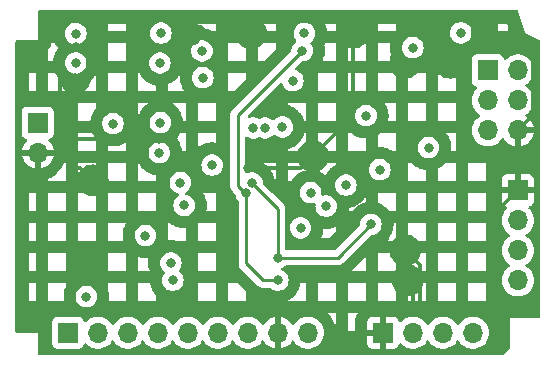
<source format=gbl>
%TF.GenerationSoftware,KiCad,Pcbnew,7.0.10*%
%TF.CreationDate,2024-01-19T03:53:19-05:00*%
%TF.ProjectId,Dattalogger_Board,44617474-616c-46f6-9767-65725f426f61,1*%
%TF.SameCoordinates,Original*%
%TF.FileFunction,Copper,L4,Bot*%
%TF.FilePolarity,Positive*%
%FSLAX46Y46*%
G04 Gerber Fmt 4.6, Leading zero omitted, Abs format (unit mm)*
G04 Created by KiCad (PCBNEW 7.0.10) date 2024-01-19 03:53:19*
%MOMM*%
%LPD*%
G01*
G04 APERTURE LIST*
%TA.AperFunction,ComponentPad*%
%ADD10R,1.700000X1.700000*%
%TD*%
%TA.AperFunction,ComponentPad*%
%ADD11O,1.700000X1.700000*%
%TD*%
%TA.AperFunction,ViaPad*%
%ADD12C,0.800000*%
%TD*%
%TA.AperFunction,Conductor*%
%ADD13C,0.350000*%
%TD*%
%TA.AperFunction,Conductor*%
%ADD14C,0.250000*%
%TD*%
G04 APERTURE END LIST*
D10*
%TO.P,BT1,1,+*%
%TO.N,/Vcc*%
X132080000Y-73655000D03*
D11*
%TO.P,BT1,2,-*%
%TO.N,GND*%
X132080000Y-76195000D03*
%TD*%
%TO.P,J4,9,Pin_9*%
%TO.N,/Vcc*%
X154950000Y-91440000D03*
%TO.P,J4,8,Pin_8*%
%TO.N,GND*%
X152410000Y-91440000D03*
%TO.P,J4,7,Pin_7*%
%TO.N,/D8*%
X149870000Y-91440000D03*
%TO.P,J4,6,Pin_6*%
%TO.N,/D7*%
X147330000Y-91440000D03*
%TO.P,J4,5,Pin_5*%
%TO.N,/D6*%
X144790000Y-91440000D03*
%TO.P,J4,4,Pin_4*%
%TO.N,/D5*%
X142250000Y-91440000D03*
%TO.P,J4,3,Pin_3*%
%TO.N,/D4*%
X139710000Y-91440000D03*
%TO.P,J4,2,Pin_2*%
%TO.N,/D3*%
X137170000Y-91440000D03*
D10*
%TO.P,J4,1,Pin_1*%
%TO.N,/D2*%
X134630000Y-91440000D03*
%TD*%
D11*
%TO.P,J3,6,Pin_6*%
%TO.N,GND*%
X172715000Y-74310000D03*
%TO.P,J3,5,Pin_5*%
%TO.N,/RESET*%
X170175000Y-74310000D03*
%TO.P,J3,4,Pin_4*%
%TO.N,/MOSI*%
X172715000Y-71770000D03*
%TO.P,J3,3,Pin_3*%
%TO.N,/SCK*%
X170175000Y-71770000D03*
%TO.P,J3,2,Pin_2*%
%TO.N,/Vcc*%
X172715000Y-69230000D03*
D10*
%TO.P,J3,1,Pin_1*%
%TO.N,/MISO*%
X170175000Y-69230000D03*
%TD*%
%TO.P,J2,1,Pin_1*%
%TO.N,GND*%
X161300000Y-91440000D03*
D11*
%TO.P,J2,2,Pin_2*%
%TO.N,/Vcc*%
X163840000Y-91440000D03*
%TO.P,J2,3,Pin_3*%
%TO.N,/RX*%
X166380000Y-91440000D03*
%TO.P,J2,4,Pin_4*%
%TO.N,/TX*%
X168920000Y-91440000D03*
%TD*%
D10*
%TO.P,J1,1,Pin_1*%
%TO.N,GND*%
X172720000Y-79385000D03*
D11*
%TO.P,J1,2,Pin_2*%
%TO.N,/Vcc*%
X172720000Y-81925000D03*
%TO.P,J1,3,Pin_3*%
%TO.N,/SDA*%
X172720000Y-84465000D03*
%TO.P,J1,4,Pin_4*%
%TO.N,/SCK*%
X172720000Y-87005000D03*
%TD*%
D12*
%TO.N,Net-(U4-PB7)*%
X154470404Y-67551215D03*
%TO.N,Net-(U4-PB6)*%
X160276894Y-82269328D03*
X152400000Y-85090000D03*
%TO.N,Net-(U4-PB7)*%
X152400000Y-86995000D03*
%TO.N,Net-(U4-PB6)*%
X150216192Y-78763556D03*
%TO.N,Net-(U4-PB7)*%
X149715270Y-79629051D03*
%TO.N,/MOSI*%
X154325675Y-82564731D03*
%TO.N,/MISO*%
X156503076Y-80727185D03*
%TO.N,/TX*%
X150323650Y-74103922D03*
%TO.N,/RX*%
X151323557Y-74117810D03*
%TO.N,/SCK*%
X167898445Y-66048787D03*
X161037297Y-77644594D03*
X155181215Y-79573916D03*
X152792836Y-74027164D03*
X142417293Y-68610496D03*
X142369997Y-76205685D03*
X141191487Y-83212567D03*
%TO.N,/SDA*%
X159867431Y-73067298D03*
X146050000Y-69850000D03*
X153670000Y-70108445D03*
X144145000Y-78740000D03*
X143340000Y-85527432D03*
%TO.N,GND*%
X149860000Y-77470000D03*
%TO.N,/Vcc*%
X165166678Y-75762710D03*
X158160744Y-78949599D03*
X142498186Y-66083418D03*
X145983924Y-67593514D03*
X154656485Y-66100476D03*
X163830000Y-67310000D03*
X135296092Y-66113140D03*
X135285754Y-68594214D03*
X138439734Y-73737705D03*
X142452442Y-73648111D03*
X146836764Y-77255806D03*
X144468573Y-80656630D03*
X136186752Y-88392557D03*
X143510000Y-86995000D03*
%TO.N,GND*%
X145400785Y-66675000D03*
X135345541Y-67270544D03*
X142364053Y-75012702D03*
X155370397Y-76470678D03*
X163195000Y-84455000D03*
X163387203Y-87005079D03*
X163195000Y-68580000D03*
X167005000Y-68580000D03*
X158750000Y-66040000D03*
X150149458Y-66068515D03*
X136650805Y-85594456D03*
X136735000Y-78530000D03*
X135255000Y-69850000D03*
%TD*%
D13*
%TO.N,GND*%
X142364053Y-75012702D02*
X134697702Y-75012702D01*
X133980000Y-70485000D02*
X133980000Y-74295000D01*
X133980000Y-74295000D02*
X133980000Y-76195000D01*
X134697702Y-75012702D02*
X133980000Y-74295000D01*
X135255000Y-69850000D02*
X134615000Y-69850000D01*
X134615000Y-69850000D02*
X133980000Y-70485000D01*
X133980000Y-65410000D02*
X133980000Y-70485000D01*
X134620000Y-64770000D02*
X133980000Y-65410000D01*
D14*
%TO.N,Net-(U4-PB6)*%
X152400000Y-80947364D02*
X152400000Y-85090000D01*
X150216192Y-78763556D02*
X152400000Y-80947364D01*
%TO.N,Net-(U4-PB7)*%
X149715270Y-79629051D02*
X149715270Y-85580270D01*
X149715270Y-85580270D02*
X151130000Y-86995000D01*
X151130000Y-86995000D02*
X152400000Y-86995000D01*
X149010946Y-73010673D02*
X149010946Y-79012737D01*
X154470404Y-67551215D02*
X149010946Y-73010673D01*
X149010946Y-79012737D02*
X149627260Y-79629051D01*
%TO.N,Net-(U4-PB6)*%
X157456222Y-85090000D02*
X152400000Y-85090000D01*
X160276894Y-82269328D02*
X157456222Y-85090000D01*
D13*
%TO.N,GND*%
X135511349Y-84455000D02*
X134620000Y-84455000D01*
X136650805Y-85594456D02*
X135511349Y-84455000D01*
X135675000Y-77470000D02*
X134620000Y-77470000D01*
X136735000Y-78530000D02*
X135675000Y-77470000D01*
X163830000Y-87447876D02*
X163387203Y-87005079D01*
X163830000Y-89535000D02*
X164465000Y-89535000D01*
X163195000Y-89535000D02*
X163830000Y-89535000D01*
X163830000Y-89535000D02*
X163830000Y-87447876D01*
X154371075Y-77470000D02*
X149860000Y-77470000D01*
X155370397Y-76470678D02*
X154371075Y-77470000D01*
X158750000Y-73091075D02*
X158750000Y-66040000D01*
X155370397Y-76470678D02*
X158750000Y-73091075D01*
X145400785Y-64784215D02*
X145415000Y-64770000D01*
X145400785Y-66675000D02*
X145400785Y-64784215D01*
X145415000Y-64770000D02*
X146685000Y-64770000D01*
X134620000Y-64770000D02*
X145415000Y-64770000D01*
X164465000Y-85725000D02*
X164465000Y-89535000D01*
X164465000Y-89535000D02*
X169545000Y-89535000D01*
X163195000Y-84455000D02*
X164465000Y-85725000D01*
X161925000Y-89535000D02*
X163195000Y-89535000D01*
X168910000Y-66675000D02*
X168910000Y-64770000D01*
X167005000Y-68580000D02*
X168910000Y-66675000D01*
X158750000Y-64770000D02*
X168910000Y-64770000D01*
X168910000Y-64770000D02*
X171450000Y-64770000D01*
X163195000Y-68580000D02*
X167005000Y-68580000D01*
X173990000Y-67310000D02*
X173990000Y-73035000D01*
X172085000Y-66675000D02*
X173355000Y-66675000D01*
X173355000Y-66675000D02*
X173990000Y-67310000D01*
X171450000Y-64770000D02*
X172085000Y-65405000D01*
X172085000Y-65405000D02*
X172085000Y-66675000D01*
X173990000Y-73035000D02*
X172715000Y-74310000D01*
X158750000Y-66040000D02*
X158750000Y-64770000D01*
X154305000Y-64770000D02*
X158750000Y-64770000D01*
X150149458Y-65115542D02*
X150495000Y-64770000D01*
X150149458Y-66068515D02*
X150149458Y-65115542D01*
X150495000Y-64770000D02*
X154305000Y-64770000D01*
X146685000Y-64770000D02*
X150495000Y-64770000D01*
X134620000Y-77470000D02*
X134620000Y-84455000D01*
X134620000Y-76835000D02*
X134620000Y-77470000D01*
X133980000Y-76195000D02*
X134620000Y-76835000D01*
X132080000Y-76195000D02*
X133980000Y-76195000D01*
X134620000Y-84455000D02*
X134620000Y-88900000D01*
X134620000Y-88900000D02*
X135255000Y-89535000D01*
X135255000Y-89535000D02*
X153035000Y-89535000D01*
X152410000Y-90160000D02*
X153035000Y-89535000D01*
X152410000Y-91440000D02*
X152410000Y-90160000D01*
X160655000Y-89535000D02*
X153035000Y-89535000D01*
X161300000Y-91440000D02*
X161300000Y-90180000D01*
X161300000Y-90180000D02*
X160655000Y-89535000D01*
X170180000Y-88900000D02*
X170180000Y-81925000D01*
X170180000Y-81925000D02*
X172720000Y-79385000D01*
X169545000Y-89535000D02*
X170180000Y-88900000D01*
X161300000Y-90160000D02*
X161925000Y-89535000D01*
X161300000Y-91440000D02*
X161300000Y-90160000D01*
X172715000Y-79380000D02*
X172720000Y-79385000D01*
X172715000Y-74310000D02*
X172715000Y-79380000D01*
%TD*%
%TA.AperFunction,Conductor*%
%TO.N,GND*%
G36*
X172697305Y-64155002D02*
G01*
X172743798Y-64208658D01*
X172748718Y-64221155D01*
X173355000Y-66040000D01*
X174555350Y-66640175D01*
X174607333Y-66688529D01*
X174625000Y-66752872D01*
X174625000Y-90044000D01*
X174604998Y-90112121D01*
X174551342Y-90158614D01*
X174499000Y-90170000D01*
X172085000Y-90170000D01*
X172085000Y-92657810D01*
X172064998Y-92725931D01*
X172048095Y-92746905D01*
X171486905Y-93308095D01*
X171424593Y-93342121D01*
X171397810Y-93345000D01*
X132206000Y-93345000D01*
X132137879Y-93324998D01*
X132091386Y-93271342D01*
X132080000Y-93219000D01*
X132080000Y-92338649D01*
X133271500Y-92338649D01*
X133278009Y-92399196D01*
X133278011Y-92399204D01*
X133329110Y-92536202D01*
X133329112Y-92536207D01*
X133416738Y-92653261D01*
X133533792Y-92740887D01*
X133533794Y-92740888D01*
X133533796Y-92740889D01*
X133587600Y-92760957D01*
X133670795Y-92791988D01*
X133670803Y-92791990D01*
X133731350Y-92798499D01*
X133731355Y-92798499D01*
X133731362Y-92798500D01*
X133731368Y-92798500D01*
X135528632Y-92798500D01*
X135528638Y-92798500D01*
X135528645Y-92798499D01*
X135528649Y-92798499D01*
X135589196Y-92791990D01*
X135589199Y-92791989D01*
X135589201Y-92791989D01*
X135726204Y-92740889D01*
X135726799Y-92740444D01*
X135843261Y-92653261D01*
X135930886Y-92536208D01*
X135930885Y-92536208D01*
X135930889Y-92536204D01*
X135974999Y-92417939D01*
X136017545Y-92361107D01*
X136084066Y-92336296D01*
X136153440Y-92351388D01*
X136185753Y-92376635D01*
X136206529Y-92399204D01*
X136246762Y-92442908D01*
X136301331Y-92485381D01*
X136424424Y-92581189D01*
X136622426Y-92688342D01*
X136622427Y-92688342D01*
X136622428Y-92688343D01*
X136639970Y-92694365D01*
X136835365Y-92761444D01*
X137057431Y-92798500D01*
X137057435Y-92798500D01*
X137282565Y-92798500D01*
X137282569Y-92798500D01*
X137504635Y-92761444D01*
X137717574Y-92688342D01*
X137915576Y-92581189D01*
X138093240Y-92442906D01*
X138245722Y-92277268D01*
X138245927Y-92276955D01*
X138309066Y-92180312D01*
X138334518Y-92141354D01*
X138388520Y-92095268D01*
X138458868Y-92085692D01*
X138523225Y-92115669D01*
X138545480Y-92141353D01*
X138570934Y-92180312D01*
X138634275Y-92277265D01*
X138634279Y-92277270D01*
X138786762Y-92442908D01*
X138841331Y-92485381D01*
X138964424Y-92581189D01*
X139162426Y-92688342D01*
X139162427Y-92688342D01*
X139162428Y-92688343D01*
X139179970Y-92694365D01*
X139375365Y-92761444D01*
X139597431Y-92798500D01*
X139597435Y-92798500D01*
X139822565Y-92798500D01*
X139822569Y-92798500D01*
X140044635Y-92761444D01*
X140257574Y-92688342D01*
X140455576Y-92581189D01*
X140633240Y-92442906D01*
X140785722Y-92277268D01*
X140785927Y-92276955D01*
X140849066Y-92180312D01*
X140874518Y-92141354D01*
X140928520Y-92095268D01*
X140998868Y-92085692D01*
X141063225Y-92115669D01*
X141085480Y-92141353D01*
X141110934Y-92180312D01*
X141174275Y-92277265D01*
X141174279Y-92277270D01*
X141326762Y-92442908D01*
X141381331Y-92485381D01*
X141504424Y-92581189D01*
X141702426Y-92688342D01*
X141702427Y-92688342D01*
X141702428Y-92688343D01*
X141719970Y-92694365D01*
X141915365Y-92761444D01*
X142137431Y-92798500D01*
X142137435Y-92798500D01*
X142362565Y-92798500D01*
X142362569Y-92798500D01*
X142584635Y-92761444D01*
X142797574Y-92688342D01*
X142995576Y-92581189D01*
X143173240Y-92442906D01*
X143325722Y-92277268D01*
X143325927Y-92276955D01*
X143389066Y-92180312D01*
X143414518Y-92141354D01*
X143468520Y-92095268D01*
X143538868Y-92085692D01*
X143603225Y-92115669D01*
X143625480Y-92141353D01*
X143650934Y-92180312D01*
X143714275Y-92277265D01*
X143714279Y-92277270D01*
X143866762Y-92442908D01*
X143921331Y-92485381D01*
X144044424Y-92581189D01*
X144242426Y-92688342D01*
X144242427Y-92688342D01*
X144242428Y-92688343D01*
X144259970Y-92694365D01*
X144455365Y-92761444D01*
X144677431Y-92798500D01*
X144677435Y-92798500D01*
X144902565Y-92798500D01*
X144902569Y-92798500D01*
X145124635Y-92761444D01*
X145337574Y-92688342D01*
X145535576Y-92581189D01*
X145713240Y-92442906D01*
X145865722Y-92277268D01*
X145865927Y-92276955D01*
X145929066Y-92180312D01*
X145954518Y-92141354D01*
X146008520Y-92095268D01*
X146078868Y-92085692D01*
X146143225Y-92115669D01*
X146165480Y-92141353D01*
X146190934Y-92180312D01*
X146254275Y-92277265D01*
X146254279Y-92277270D01*
X146406762Y-92442908D01*
X146461331Y-92485381D01*
X146584424Y-92581189D01*
X146782426Y-92688342D01*
X146782427Y-92688342D01*
X146782428Y-92688343D01*
X146799970Y-92694365D01*
X146995365Y-92761444D01*
X147217431Y-92798500D01*
X147217435Y-92798500D01*
X147442565Y-92798500D01*
X147442569Y-92798500D01*
X147664635Y-92761444D01*
X147877574Y-92688342D01*
X148075576Y-92581189D01*
X148253240Y-92442906D01*
X148405722Y-92277268D01*
X148405927Y-92276955D01*
X148469066Y-92180312D01*
X148494518Y-92141354D01*
X148548520Y-92095268D01*
X148618868Y-92085692D01*
X148683225Y-92115669D01*
X148705480Y-92141353D01*
X148730934Y-92180312D01*
X148794275Y-92277265D01*
X148794279Y-92277270D01*
X148946762Y-92442908D01*
X149001331Y-92485381D01*
X149124424Y-92581189D01*
X149322426Y-92688342D01*
X149322427Y-92688342D01*
X149322428Y-92688343D01*
X149339970Y-92694365D01*
X149535365Y-92761444D01*
X149757431Y-92798500D01*
X149757435Y-92798500D01*
X149982565Y-92798500D01*
X149982569Y-92798500D01*
X150204635Y-92761444D01*
X150417574Y-92688342D01*
X150615576Y-92581189D01*
X150793240Y-92442906D01*
X150945722Y-92277268D01*
X150945927Y-92276955D01*
X151009066Y-92180312D01*
X151034816Y-92140898D01*
X151088819Y-92094810D01*
X151159167Y-92085235D01*
X151223524Y-92115212D01*
X151245782Y-92140898D01*
X151334674Y-92276958D01*
X151487097Y-92442534D01*
X151664698Y-92580767D01*
X151664699Y-92580768D01*
X151862628Y-92687882D01*
X151862630Y-92687883D01*
X152075483Y-92760955D01*
X152075492Y-92760957D01*
X152156000Y-92774391D01*
X152156000Y-91873674D01*
X152267685Y-91924680D01*
X152374237Y-91940000D01*
X152445763Y-91940000D01*
X152552315Y-91924680D01*
X152664000Y-91873674D01*
X152664000Y-92774390D01*
X152744507Y-92760957D01*
X152744516Y-92760955D01*
X152957369Y-92687883D01*
X152957371Y-92687882D01*
X153155300Y-92580768D01*
X153155301Y-92580767D01*
X153332902Y-92442534D01*
X153485327Y-92276955D01*
X153574217Y-92140899D01*
X153628220Y-92094810D01*
X153698568Y-92085235D01*
X153762925Y-92115212D01*
X153785183Y-92140898D01*
X153874279Y-92277270D01*
X154026762Y-92442908D01*
X154081331Y-92485381D01*
X154204424Y-92581189D01*
X154402426Y-92688342D01*
X154402427Y-92688342D01*
X154402428Y-92688343D01*
X154419970Y-92694365D01*
X154615365Y-92761444D01*
X154837431Y-92798500D01*
X154837435Y-92798500D01*
X155062565Y-92798500D01*
X155062569Y-92798500D01*
X155284635Y-92761444D01*
X155497574Y-92688342D01*
X155695576Y-92581189D01*
X155873240Y-92442906D01*
X155969264Y-92338597D01*
X159942000Y-92338597D01*
X159948505Y-92399093D01*
X159999555Y-92535964D01*
X159999555Y-92535965D01*
X160087095Y-92652904D01*
X160204034Y-92740444D01*
X160340906Y-92791494D01*
X160401402Y-92797999D01*
X160401415Y-92798000D01*
X161046000Y-92798000D01*
X161046000Y-91873674D01*
X161157685Y-91924680D01*
X161264237Y-91940000D01*
X161335763Y-91940000D01*
X161442315Y-91924680D01*
X161554000Y-91873674D01*
X161554000Y-92798000D01*
X162198585Y-92798000D01*
X162198597Y-92797999D01*
X162259093Y-92791494D01*
X162395964Y-92740444D01*
X162395965Y-92740444D01*
X162512904Y-92652904D01*
X162600444Y-92535965D01*
X162644618Y-92417530D01*
X162687165Y-92360694D01*
X162753685Y-92335883D01*
X162823059Y-92350974D01*
X162855372Y-92376222D01*
X162886801Y-92410362D01*
X162916762Y-92442908D01*
X162971331Y-92485381D01*
X163094424Y-92581189D01*
X163292426Y-92688342D01*
X163292427Y-92688342D01*
X163292428Y-92688343D01*
X163309970Y-92694365D01*
X163505365Y-92761444D01*
X163727431Y-92798500D01*
X163727435Y-92798500D01*
X163952565Y-92798500D01*
X163952569Y-92798500D01*
X164174635Y-92761444D01*
X164387574Y-92688342D01*
X164585576Y-92581189D01*
X164763240Y-92442906D01*
X164915722Y-92277268D01*
X164915927Y-92276955D01*
X164979066Y-92180312D01*
X165004518Y-92141354D01*
X165058520Y-92095268D01*
X165128868Y-92085692D01*
X165193225Y-92115669D01*
X165215480Y-92141353D01*
X165240934Y-92180312D01*
X165304275Y-92277265D01*
X165304279Y-92277270D01*
X165456762Y-92442908D01*
X165511331Y-92485381D01*
X165634424Y-92581189D01*
X165832426Y-92688342D01*
X165832427Y-92688342D01*
X165832428Y-92688343D01*
X165849970Y-92694365D01*
X166045365Y-92761444D01*
X166267431Y-92798500D01*
X166267435Y-92798500D01*
X166492565Y-92798500D01*
X166492569Y-92798500D01*
X166714635Y-92761444D01*
X166927574Y-92688342D01*
X167125576Y-92581189D01*
X167303240Y-92442906D01*
X167455722Y-92277268D01*
X167455927Y-92276955D01*
X167519066Y-92180312D01*
X167544518Y-92141354D01*
X167598520Y-92095268D01*
X167668868Y-92085692D01*
X167733225Y-92115669D01*
X167755480Y-92141353D01*
X167780934Y-92180312D01*
X167844275Y-92277265D01*
X167844279Y-92277270D01*
X167996762Y-92442908D01*
X168051331Y-92485381D01*
X168174424Y-92581189D01*
X168372426Y-92688342D01*
X168372427Y-92688342D01*
X168372428Y-92688343D01*
X168389970Y-92694365D01*
X168585365Y-92761444D01*
X168807431Y-92798500D01*
X168807435Y-92798500D01*
X169032565Y-92798500D01*
X169032569Y-92798500D01*
X169254635Y-92761444D01*
X169467574Y-92688342D01*
X169665576Y-92581189D01*
X169843240Y-92442906D01*
X169995722Y-92277268D01*
X169995927Y-92276955D01*
X170059066Y-92180312D01*
X170118860Y-92088791D01*
X170209296Y-91882616D01*
X170264564Y-91664368D01*
X170283156Y-91440000D01*
X170264564Y-91215632D01*
X170228847Y-91074588D01*
X170209297Y-90997387D01*
X170209296Y-90997386D01*
X170209296Y-90997384D01*
X170118860Y-90791209D01*
X170101500Y-90764637D01*
X169995724Y-90602734D01*
X169995720Y-90602729D01*
X169866220Y-90462057D01*
X169843240Y-90437094D01*
X169843239Y-90437093D01*
X169843237Y-90437091D01*
X169723679Y-90344035D01*
X169665576Y-90298811D01*
X169467574Y-90191658D01*
X169467572Y-90191657D01*
X169467571Y-90191656D01*
X169254639Y-90118557D01*
X169254630Y-90118555D01*
X169177029Y-90105606D01*
X169032569Y-90081500D01*
X168807431Y-90081500D01*
X168662971Y-90105606D01*
X168585369Y-90118555D01*
X168585360Y-90118557D01*
X168372428Y-90191656D01*
X168372426Y-90191658D01*
X168197591Y-90286274D01*
X168174426Y-90298810D01*
X168174424Y-90298811D01*
X167996762Y-90437091D01*
X167844279Y-90602729D01*
X167755483Y-90738643D01*
X167701479Y-90784731D01*
X167631131Y-90794306D01*
X167566774Y-90764329D01*
X167544517Y-90738643D01*
X167455720Y-90602729D01*
X167326220Y-90462057D01*
X167303240Y-90437094D01*
X167303239Y-90437093D01*
X167303237Y-90437091D01*
X167183679Y-90344035D01*
X167125576Y-90298811D01*
X166927574Y-90191658D01*
X166927572Y-90191657D01*
X166927571Y-90191656D01*
X166714639Y-90118557D01*
X166714630Y-90118555D01*
X166637029Y-90105606D01*
X166492569Y-90081500D01*
X166267431Y-90081500D01*
X166122971Y-90105606D01*
X166045369Y-90118555D01*
X166045360Y-90118557D01*
X165832428Y-90191656D01*
X165832426Y-90191658D01*
X165657591Y-90286274D01*
X165634426Y-90298810D01*
X165634424Y-90298811D01*
X165456762Y-90437091D01*
X165304279Y-90602729D01*
X165215483Y-90738643D01*
X165161479Y-90784731D01*
X165091131Y-90794306D01*
X165026774Y-90764329D01*
X165004517Y-90738643D01*
X164915720Y-90602729D01*
X164786220Y-90462057D01*
X164763240Y-90437094D01*
X164763239Y-90437093D01*
X164763237Y-90437091D01*
X164643679Y-90344035D01*
X164585576Y-90298811D01*
X164387574Y-90191658D01*
X164387572Y-90191657D01*
X164387571Y-90191656D01*
X164174639Y-90118557D01*
X164174630Y-90118555D01*
X164097029Y-90105606D01*
X163952569Y-90081500D01*
X163727431Y-90081500D01*
X163582971Y-90105606D01*
X163505369Y-90118555D01*
X163505360Y-90118557D01*
X163292428Y-90191656D01*
X163292426Y-90191658D01*
X163117591Y-90286274D01*
X163094426Y-90298810D01*
X163094424Y-90298811D01*
X162916759Y-90437094D01*
X162855374Y-90503775D01*
X162794521Y-90540346D01*
X162723557Y-90538211D01*
X162665012Y-90498049D01*
X162644618Y-90462470D01*
X162600443Y-90344033D01*
X162512904Y-90227095D01*
X162395965Y-90139555D01*
X162259093Y-90088505D01*
X162198597Y-90082000D01*
X161554000Y-90082000D01*
X161554000Y-91006325D01*
X161442315Y-90955320D01*
X161335763Y-90940000D01*
X161264237Y-90940000D01*
X161157685Y-90955320D01*
X161046000Y-91006325D01*
X161046000Y-90082000D01*
X160401402Y-90082000D01*
X160340906Y-90088505D01*
X160204035Y-90139555D01*
X160204034Y-90139555D01*
X160087095Y-90227095D01*
X159999555Y-90344034D01*
X159999555Y-90344035D01*
X159948505Y-90480906D01*
X159942000Y-90541402D01*
X159942000Y-91186000D01*
X160868884Y-91186000D01*
X160840507Y-91230156D01*
X160800000Y-91368111D01*
X160800000Y-91511889D01*
X160840507Y-91649844D01*
X160868884Y-91694000D01*
X159942000Y-91694000D01*
X159942000Y-92338597D01*
X155969264Y-92338597D01*
X156025722Y-92277268D01*
X156025927Y-92276955D01*
X156089066Y-92180312D01*
X156148860Y-92088791D01*
X156239296Y-91882616D01*
X156294564Y-91664368D01*
X156313156Y-91440000D01*
X156294564Y-91215632D01*
X156258847Y-91074588D01*
X156239297Y-90997387D01*
X156239296Y-90997386D01*
X156239296Y-90997384D01*
X156148860Y-90791209D01*
X156131500Y-90764637D01*
X156025724Y-90602734D01*
X156025720Y-90602729D01*
X155896220Y-90462057D01*
X155873240Y-90437094D01*
X155873239Y-90437093D01*
X155873237Y-90437091D01*
X155753679Y-90344035D01*
X155695576Y-90298811D01*
X155497574Y-90191658D01*
X155497572Y-90191657D01*
X155497571Y-90191656D01*
X155284639Y-90118557D01*
X155284630Y-90118555D01*
X155207029Y-90105606D01*
X155062569Y-90081500D01*
X154837431Y-90081500D01*
X154692971Y-90105606D01*
X154615369Y-90118555D01*
X154615360Y-90118557D01*
X154402428Y-90191656D01*
X154402426Y-90191658D01*
X154227591Y-90286274D01*
X154204426Y-90298810D01*
X154204424Y-90298811D01*
X154026762Y-90437091D01*
X153874279Y-90602729D01*
X153785183Y-90739101D01*
X153731179Y-90785189D01*
X153660831Y-90794764D01*
X153596474Y-90764786D01*
X153574217Y-90739100D01*
X153485327Y-90603044D01*
X153332902Y-90437465D01*
X153155301Y-90299232D01*
X153155300Y-90299231D01*
X152957371Y-90192117D01*
X152957369Y-90192116D01*
X152744512Y-90119043D01*
X152744501Y-90119040D01*
X152664000Y-90105606D01*
X152664000Y-91006325D01*
X152552315Y-90955320D01*
X152445763Y-90940000D01*
X152374237Y-90940000D01*
X152267685Y-90955320D01*
X152156000Y-91006325D01*
X152156000Y-90105607D01*
X152155999Y-90105606D01*
X152075498Y-90119040D01*
X152075487Y-90119043D01*
X151862630Y-90192116D01*
X151862628Y-90192117D01*
X151664699Y-90299231D01*
X151664698Y-90299232D01*
X151487097Y-90437465D01*
X151334670Y-90603045D01*
X151245780Y-90739101D01*
X151191776Y-90785189D01*
X151121428Y-90794764D01*
X151057071Y-90764786D01*
X151034816Y-90739101D01*
X150972317Y-90643438D01*
X150945724Y-90602734D01*
X150945720Y-90602729D01*
X150816220Y-90462057D01*
X150793240Y-90437094D01*
X150793239Y-90437093D01*
X150793237Y-90437091D01*
X150673679Y-90344035D01*
X150615576Y-90298811D01*
X150417574Y-90191658D01*
X150417572Y-90191657D01*
X150417571Y-90191656D01*
X150204639Y-90118557D01*
X150204630Y-90118555D01*
X150127029Y-90105606D01*
X149982569Y-90081500D01*
X149757431Y-90081500D01*
X149612971Y-90105606D01*
X149535369Y-90118555D01*
X149535360Y-90118557D01*
X149322428Y-90191656D01*
X149322426Y-90191658D01*
X149147591Y-90286274D01*
X149124426Y-90298810D01*
X149124424Y-90298811D01*
X148946762Y-90437091D01*
X148794279Y-90602729D01*
X148705483Y-90738643D01*
X148651479Y-90784731D01*
X148581131Y-90794306D01*
X148516774Y-90764329D01*
X148494517Y-90738643D01*
X148405720Y-90602729D01*
X148276220Y-90462057D01*
X148253240Y-90437094D01*
X148253239Y-90437093D01*
X148253237Y-90437091D01*
X148133679Y-90344035D01*
X148075576Y-90298811D01*
X147877574Y-90191658D01*
X147877572Y-90191657D01*
X147877571Y-90191656D01*
X147664639Y-90118557D01*
X147664630Y-90118555D01*
X147587029Y-90105606D01*
X147442569Y-90081500D01*
X147217431Y-90081500D01*
X147072971Y-90105606D01*
X146995369Y-90118555D01*
X146995360Y-90118557D01*
X146782428Y-90191656D01*
X146782426Y-90191658D01*
X146607591Y-90286274D01*
X146584426Y-90298810D01*
X146584424Y-90298811D01*
X146406762Y-90437091D01*
X146254279Y-90602729D01*
X146165483Y-90738643D01*
X146111479Y-90784731D01*
X146041131Y-90794306D01*
X145976774Y-90764329D01*
X145954517Y-90738643D01*
X145865720Y-90602729D01*
X145736220Y-90462057D01*
X145713240Y-90437094D01*
X145713239Y-90437093D01*
X145713237Y-90437091D01*
X145593679Y-90344035D01*
X145535576Y-90298811D01*
X145337574Y-90191658D01*
X145337572Y-90191657D01*
X145337571Y-90191656D01*
X145124639Y-90118557D01*
X145124630Y-90118555D01*
X145047029Y-90105606D01*
X144902569Y-90081500D01*
X144677431Y-90081500D01*
X144532971Y-90105606D01*
X144455369Y-90118555D01*
X144455360Y-90118557D01*
X144242428Y-90191656D01*
X144242426Y-90191658D01*
X144067591Y-90286274D01*
X144044426Y-90298810D01*
X144044424Y-90298811D01*
X143866762Y-90437091D01*
X143714279Y-90602729D01*
X143625483Y-90738643D01*
X143571479Y-90784731D01*
X143501131Y-90794306D01*
X143436774Y-90764329D01*
X143414517Y-90738643D01*
X143325720Y-90602729D01*
X143196220Y-90462057D01*
X143173240Y-90437094D01*
X143173239Y-90437093D01*
X143173237Y-90437091D01*
X143053679Y-90344035D01*
X142995576Y-90298811D01*
X142797574Y-90191658D01*
X142797572Y-90191657D01*
X142797571Y-90191656D01*
X142584639Y-90118557D01*
X142584630Y-90118555D01*
X142507029Y-90105606D01*
X142362569Y-90081500D01*
X142137431Y-90081500D01*
X141992971Y-90105606D01*
X141915369Y-90118555D01*
X141915360Y-90118557D01*
X141702428Y-90191656D01*
X141702426Y-90191658D01*
X141527591Y-90286274D01*
X141504426Y-90298810D01*
X141504424Y-90298811D01*
X141326762Y-90437091D01*
X141174279Y-90602729D01*
X141085483Y-90738643D01*
X141031479Y-90784731D01*
X140961131Y-90794306D01*
X140896774Y-90764329D01*
X140874517Y-90738643D01*
X140785720Y-90602729D01*
X140656220Y-90462057D01*
X140633240Y-90437094D01*
X140633239Y-90437093D01*
X140633237Y-90437091D01*
X140513679Y-90344035D01*
X140455576Y-90298811D01*
X140257574Y-90191658D01*
X140257572Y-90191657D01*
X140257571Y-90191656D01*
X140044639Y-90118557D01*
X140044630Y-90118555D01*
X139967029Y-90105606D01*
X139822569Y-90081500D01*
X139597431Y-90081500D01*
X139452971Y-90105606D01*
X139375369Y-90118555D01*
X139375360Y-90118557D01*
X139162428Y-90191656D01*
X139162426Y-90191658D01*
X138987591Y-90286274D01*
X138964426Y-90298810D01*
X138964424Y-90298811D01*
X138786762Y-90437091D01*
X138634279Y-90602729D01*
X138545483Y-90738643D01*
X138491479Y-90784731D01*
X138421131Y-90794306D01*
X138356774Y-90764329D01*
X138334517Y-90738643D01*
X138245720Y-90602729D01*
X138116220Y-90462057D01*
X138093240Y-90437094D01*
X138093239Y-90437093D01*
X138093237Y-90437091D01*
X137973679Y-90344035D01*
X137915576Y-90298811D01*
X137717574Y-90191658D01*
X137717572Y-90191657D01*
X137717571Y-90191656D01*
X137504639Y-90118557D01*
X137504630Y-90118555D01*
X137427029Y-90105606D01*
X137282569Y-90081500D01*
X137057431Y-90081500D01*
X136912971Y-90105606D01*
X136835369Y-90118555D01*
X136835360Y-90118557D01*
X136622428Y-90191656D01*
X136622426Y-90191658D01*
X136447591Y-90286274D01*
X136424426Y-90298810D01*
X136424424Y-90298811D01*
X136246762Y-90437091D01*
X136185754Y-90503363D01*
X136124901Y-90539933D01*
X136053936Y-90537798D01*
X135995391Y-90497636D01*
X135974999Y-90462057D01*
X135938683Y-90364693D01*
X135930889Y-90343796D01*
X135930888Y-90343794D01*
X135930887Y-90343792D01*
X135843261Y-90226738D01*
X135726207Y-90139112D01*
X135726202Y-90139110D01*
X135589204Y-90088011D01*
X135589196Y-90088009D01*
X135528649Y-90081500D01*
X135528638Y-90081500D01*
X133731362Y-90081500D01*
X133731350Y-90081500D01*
X133670803Y-90088009D01*
X133670795Y-90088011D01*
X133533797Y-90139110D01*
X133533792Y-90139112D01*
X133416738Y-90226738D01*
X133329112Y-90343792D01*
X133329110Y-90343797D01*
X133278011Y-90480795D01*
X133278009Y-90480803D01*
X133271500Y-90541350D01*
X133271500Y-92338649D01*
X132080000Y-92338649D01*
X132080000Y-91440000D01*
X130301000Y-91440000D01*
X130232879Y-91419998D01*
X130186386Y-91366342D01*
X130175000Y-91314000D01*
X130175000Y-89787000D01*
X156653021Y-89787000D01*
X156785946Y-89931393D01*
X156789393Y-89935297D01*
X156809766Y-89959351D01*
X156813054Y-89963400D01*
X156838805Y-89996489D01*
X156841913Y-90000657D01*
X156860210Y-90026283D01*
X156863149Y-90030585D01*
X157009212Y-90254153D01*
X157011968Y-90258568D01*
X157028093Y-90285628D01*
X157030668Y-90290159D01*
X157050623Y-90327033D01*
X157053006Y-90331663D01*
X157066843Y-90359967D01*
X157069034Y-90364693D01*
X157176314Y-90609268D01*
X157178307Y-90614082D01*
X157189761Y-90643438D01*
X157191554Y-90648327D01*
X157205166Y-90687980D01*
X157206754Y-90692939D01*
X157215740Y-90723124D01*
X157217122Y-90728144D01*
X157282683Y-90987038D01*
X157283858Y-90992113D01*
X157290326Y-91022962D01*
X157291289Y-91028084D01*
X157298188Y-91069437D01*
X157298939Y-91074588D01*
X157302833Y-91105833D01*
X157303370Y-91111011D01*
X157320108Y-91313000D01*
X157353000Y-91313000D01*
X157353000Y-89787000D01*
X158367000Y-89787000D01*
X158367000Y-91313000D01*
X158928000Y-91313000D01*
X158928000Y-90527839D01*
X158928045Y-90524465D01*
X158928591Y-90504081D01*
X158928726Y-90500718D01*
X158930178Y-90473602D01*
X158930404Y-90470232D01*
X158932042Y-90449878D01*
X158932358Y-90446514D01*
X158943704Y-90340996D01*
X158944789Y-90333204D01*
X158952824Y-90286274D01*
X158954394Y-90278561D01*
X158968970Y-90216877D01*
X158971019Y-90209276D01*
X158984844Y-90163702D01*
X158987362Y-90156247D01*
X159062144Y-89955747D01*
X159065586Y-89947439D01*
X159088190Y-89897941D01*
X159092214Y-89889900D01*
X159126935Y-89826307D01*
X159131526Y-89818569D01*
X159151814Y-89787000D01*
X158367000Y-89787000D01*
X157353000Y-89787000D01*
X156653021Y-89787000D01*
X130175000Y-89787000D01*
X130175000Y-87247000D01*
X131317000Y-87247000D01*
X131317000Y-88773000D01*
X131953000Y-88773000D01*
X131953000Y-87247000D01*
X132967000Y-87247000D01*
X132967000Y-88773000D01*
X134297051Y-88773000D01*
X134295848Y-88767339D01*
X134294645Y-88760852D01*
X134288401Y-88721430D01*
X134287540Y-88714889D01*
X134262026Y-88472134D01*
X134261509Y-88465557D01*
X134259421Y-88425706D01*
X134259248Y-88419113D01*
X134259248Y-88392557D01*
X135273248Y-88392557D01*
X135293209Y-88582484D01*
X135306071Y-88622068D01*
X135352225Y-88764113D01*
X135352228Y-88764118D01*
X135447710Y-88929498D01*
X135447717Y-88929508D01*
X135575496Y-89071421D01*
X135575499Y-89071423D01*
X135730000Y-89183675D01*
X135904464Y-89261351D01*
X136091265Y-89301057D01*
X136282239Y-89301057D01*
X136469040Y-89261351D01*
X136643504Y-89183675D01*
X136798005Y-89071423D01*
X136925792Y-88929501D01*
X137021279Y-88764113D01*
X137080294Y-88582485D01*
X137100256Y-88392557D01*
X137080294Y-88202629D01*
X137021279Y-88021001D01*
X136925792Y-87855613D01*
X136925790Y-87855611D01*
X136925786Y-87855605D01*
X136798007Y-87713692D01*
X136643504Y-87601439D01*
X136469040Y-87523763D01*
X136282239Y-87484057D01*
X136091265Y-87484057D01*
X135904463Y-87523763D01*
X135729999Y-87601439D01*
X135575496Y-87713692D01*
X135447717Y-87855605D01*
X135447710Y-87855615D01*
X135352228Y-88020995D01*
X135352225Y-88021001D01*
X135344960Y-88043360D01*
X135293209Y-88202629D01*
X135273248Y-88392557D01*
X134259248Y-88392557D01*
X134259248Y-88366001D01*
X134259421Y-88359408D01*
X134261509Y-88319557D01*
X134262026Y-88312980D01*
X134287540Y-88070225D01*
X134288401Y-88063684D01*
X134294645Y-88024262D01*
X134295848Y-88017775D01*
X134306892Y-87965820D01*
X134308432Y-87959403D01*
X134318761Y-87920859D01*
X134320634Y-87914537D01*
X134396061Y-87682399D01*
X134398262Y-87676183D01*
X134412560Y-87638934D01*
X134415084Y-87632840D01*
X134436686Y-87584319D01*
X134439527Y-87578363D01*
X134457648Y-87542799D01*
X134460796Y-87537002D01*
X134493000Y-87481222D01*
X134493000Y-87247000D01*
X138047000Y-87247000D01*
X138047000Y-87896472D01*
X138052870Y-87914538D01*
X138054743Y-87920859D01*
X138065072Y-87959403D01*
X138066612Y-87965820D01*
X138077656Y-88017775D01*
X138078859Y-88024262D01*
X138085103Y-88063684D01*
X138085964Y-88070225D01*
X138111478Y-88312980D01*
X138111995Y-88319557D01*
X138114083Y-88359408D01*
X138114256Y-88366001D01*
X138114256Y-88419113D01*
X138114083Y-88425706D01*
X138111995Y-88465557D01*
X138111478Y-88472134D01*
X138085964Y-88714889D01*
X138085103Y-88721430D01*
X138078859Y-88760852D01*
X138077656Y-88767339D01*
X138076453Y-88773000D01*
X139573000Y-88773000D01*
X139573000Y-87247000D01*
X140587000Y-87247000D01*
X140587000Y-88773000D01*
X142113000Y-88773000D01*
X142113000Y-88316605D01*
X141999637Y-88190703D01*
X141995351Y-88185684D01*
X141970232Y-88154663D01*
X141966217Y-88149431D01*
X141934999Y-88106462D01*
X141931261Y-88101023D01*
X141909532Y-88067561D01*
X141906088Y-88061940D01*
X141784044Y-87850555D01*
X141780896Y-87844758D01*
X141762775Y-87809194D01*
X141759934Y-87803238D01*
X141738332Y-87754717D01*
X141735808Y-87748623D01*
X141721510Y-87711374D01*
X141719309Y-87705158D01*
X141643882Y-87473020D01*
X141642009Y-87466698D01*
X141631680Y-87428154D01*
X141630140Y-87421737D01*
X141619096Y-87369782D01*
X141617893Y-87363295D01*
X141611649Y-87323873D01*
X141610788Y-87317333D01*
X141603396Y-87247000D01*
X140587000Y-87247000D01*
X139573000Y-87247000D01*
X138047000Y-87247000D01*
X134493000Y-87247000D01*
X132967000Y-87247000D01*
X131953000Y-87247000D01*
X131317000Y-87247000D01*
X130175000Y-87247000D01*
X130175000Y-84707000D01*
X131317000Y-84707000D01*
X131317000Y-86233000D01*
X131953000Y-86233000D01*
X131953000Y-84707000D01*
X132967000Y-84707000D01*
X132967000Y-86233000D01*
X134493000Y-86233000D01*
X134493000Y-84707000D01*
X138047000Y-84707000D01*
X138047000Y-86233000D01*
X139573000Y-86233000D01*
X139573000Y-85042855D01*
X140587000Y-85042855D01*
X140587000Y-86233000D01*
X141547818Y-86233000D01*
X141473882Y-86005452D01*
X141472009Y-85999130D01*
X141461680Y-85960586D01*
X141460140Y-85954169D01*
X141449096Y-85902214D01*
X141447893Y-85895727D01*
X141441649Y-85856305D01*
X141440788Y-85849764D01*
X141415274Y-85607009D01*
X141414757Y-85600432D01*
X141412669Y-85560581D01*
X141412496Y-85553988D01*
X141412496Y-85527432D01*
X142426496Y-85527432D01*
X142446457Y-85717359D01*
X142476526Y-85809902D01*
X142505473Y-85898988D01*
X142505476Y-85898993D01*
X142600958Y-86064373D01*
X142600965Y-86064383D01*
X142728744Y-86206296D01*
X142778090Y-86242148D01*
X142821444Y-86298370D01*
X142827519Y-86369106D01*
X142797668Y-86428391D01*
X142770959Y-86458055D01*
X142770958Y-86458057D01*
X142675476Y-86623438D01*
X142675473Y-86623445D01*
X142616457Y-86805072D01*
X142596496Y-86995000D01*
X142616457Y-87184927D01*
X142637489Y-87249654D01*
X142675473Y-87366556D01*
X142675476Y-87366561D01*
X142770958Y-87531941D01*
X142770965Y-87531951D01*
X142898744Y-87673864D01*
X142950372Y-87711374D01*
X143053248Y-87786118D01*
X143227712Y-87863794D01*
X143414513Y-87903500D01*
X143605487Y-87903500D01*
X143792288Y-87863794D01*
X143966752Y-87786118D01*
X144121253Y-87673866D01*
X144160704Y-87630051D01*
X144249034Y-87531951D01*
X144249035Y-87531949D01*
X144249040Y-87531944D01*
X144344527Y-87366556D01*
X144383373Y-87247000D01*
X145667000Y-87247000D01*
X145667000Y-88773000D01*
X147193000Y-88773000D01*
X147193000Y-87247000D01*
X148207000Y-87247000D01*
X148207000Y-88773000D01*
X149733000Y-88773000D01*
X153287000Y-88773000D01*
X154813000Y-88773000D01*
X154813000Y-87247000D01*
X155827000Y-87247000D01*
X155827000Y-88773000D01*
X157353000Y-88773000D01*
X157353000Y-87247000D01*
X158367000Y-87247000D01*
X158367000Y-88773000D01*
X159893000Y-88773000D01*
X159893000Y-87247000D01*
X160907000Y-87247000D01*
X160907000Y-88773000D01*
X162433000Y-88773000D01*
X163447000Y-88773000D01*
X164973000Y-88773000D01*
X164973000Y-87247000D01*
X165987000Y-87247000D01*
X165987000Y-88773000D01*
X167513000Y-88773000D01*
X167513000Y-87247000D01*
X168527000Y-87247000D01*
X168527000Y-88773000D01*
X170053000Y-88773000D01*
X170053000Y-87247000D01*
X168527000Y-87247000D01*
X167513000Y-87247000D01*
X165987000Y-87247000D01*
X164973000Y-87247000D01*
X164711479Y-87247000D01*
X164711011Y-87249654D01*
X164655941Y-87455176D01*
X164648429Y-87475813D01*
X164558508Y-87668651D01*
X164547526Y-87687673D01*
X164425484Y-87861965D01*
X164411366Y-87878789D01*
X164260913Y-88029242D01*
X164244089Y-88043360D01*
X164069797Y-88165402D01*
X164050775Y-88176384D01*
X163857937Y-88266305D01*
X163837300Y-88273817D01*
X163631778Y-88328887D01*
X163610147Y-88332701D01*
X163447000Y-88346974D01*
X163447000Y-88773000D01*
X162433000Y-88773000D01*
X162433000Y-87948749D01*
X162363040Y-87878789D01*
X162348922Y-87861965D01*
X162226880Y-87687673D01*
X162215898Y-87668651D01*
X162125977Y-87475813D01*
X162118465Y-87455176D01*
X162063395Y-87249654D01*
X162062927Y-87247000D01*
X160907000Y-87247000D01*
X159893000Y-87247000D01*
X158367000Y-87247000D01*
X157353000Y-87247000D01*
X155827000Y-87247000D01*
X154813000Y-87247000D01*
X154306604Y-87247000D01*
X154299212Y-87317333D01*
X154298351Y-87323873D01*
X154292107Y-87363295D01*
X154290904Y-87369782D01*
X154279860Y-87421737D01*
X154278320Y-87428154D01*
X154267991Y-87466698D01*
X154266118Y-87473020D01*
X154190691Y-87705158D01*
X154188490Y-87711374D01*
X154174192Y-87748623D01*
X154171668Y-87754717D01*
X154150066Y-87803238D01*
X154147225Y-87809194D01*
X154129104Y-87844758D01*
X154125956Y-87850555D01*
X154003912Y-88061940D01*
X154000468Y-88067561D01*
X153978739Y-88101023D01*
X153975001Y-88106462D01*
X153943783Y-88149431D01*
X153939768Y-88154663D01*
X153914649Y-88185684D01*
X153910363Y-88190702D01*
X153747029Y-88372103D01*
X153742488Y-88376888D01*
X153714262Y-88405114D01*
X153709475Y-88409657D01*
X153670002Y-88445197D01*
X153664985Y-88449482D01*
X153633978Y-88474589D01*
X153628748Y-88478602D01*
X153431284Y-88622068D01*
X153425849Y-88625803D01*
X153392386Y-88647535D01*
X153386763Y-88650982D01*
X153340764Y-88677541D01*
X153334963Y-88680690D01*
X153299400Y-88698810D01*
X153293447Y-88701650D01*
X153287000Y-88704520D01*
X153287000Y-88773000D01*
X149733000Y-88773000D01*
X149733000Y-87927914D01*
X149052086Y-87247000D01*
X148207000Y-87247000D01*
X147193000Y-87247000D01*
X145667000Y-87247000D01*
X144383373Y-87247000D01*
X144403542Y-87184928D01*
X144423504Y-86995000D01*
X144403542Y-86805072D01*
X144344527Y-86623444D01*
X144249040Y-86458056D01*
X144249038Y-86458054D01*
X144249034Y-86458048D01*
X144121257Y-86316137D01*
X144121253Y-86316134D01*
X144071906Y-86280281D01*
X144028554Y-86224059D01*
X144022479Y-86153323D01*
X144052332Y-86094037D01*
X144079040Y-86064376D01*
X144174527Y-85898988D01*
X144233542Y-85717360D01*
X144253504Y-85527432D01*
X144233542Y-85337504D01*
X144174527Y-85155876D01*
X144079040Y-84990488D01*
X144079038Y-84990486D01*
X144079034Y-84990480D01*
X143951255Y-84848567D01*
X143796752Y-84736314D01*
X143730911Y-84707000D01*
X145667000Y-84707000D01*
X145667000Y-86233000D01*
X147193000Y-86233000D01*
X147193000Y-84707000D01*
X145667000Y-84707000D01*
X143730911Y-84707000D01*
X143622288Y-84658638D01*
X143435487Y-84618932D01*
X143244513Y-84618932D01*
X143057711Y-84658638D01*
X142883247Y-84736314D01*
X142728744Y-84848567D01*
X142600965Y-84990480D01*
X142600958Y-84990490D01*
X142505476Y-85155870D01*
X142505473Y-85155876D01*
X142491604Y-85198559D01*
X142446457Y-85337504D01*
X142426496Y-85527432D01*
X141412496Y-85527432D01*
X141412496Y-85500876D01*
X141412669Y-85494283D01*
X141414757Y-85454432D01*
X141415274Y-85447855D01*
X141440788Y-85205100D01*
X141441649Y-85198559D01*
X141447893Y-85159137D01*
X141449096Y-85152650D01*
X141455793Y-85121143D01*
X141425893Y-85125879D01*
X141419350Y-85126740D01*
X141366526Y-85132290D01*
X141359952Y-85132807D01*
X141320115Y-85134894D01*
X141313523Y-85135067D01*
X141069451Y-85135067D01*
X141062859Y-85134894D01*
X141023022Y-85132807D01*
X141016448Y-85132290D01*
X140963624Y-85126740D01*
X140957081Y-85125879D01*
X140917648Y-85119634D01*
X140911160Y-85118432D01*
X140672398Y-85067682D01*
X140665983Y-85066141D01*
X140627436Y-85055812D01*
X140621111Y-85053939D01*
X140587000Y-85042855D01*
X139573000Y-85042855D01*
X139573000Y-84707000D01*
X138047000Y-84707000D01*
X134493000Y-84707000D01*
X132967000Y-84707000D01*
X131953000Y-84707000D01*
X131317000Y-84707000D01*
X130175000Y-84707000D01*
X130175000Y-82167000D01*
X131317000Y-82167000D01*
X131317000Y-83693000D01*
X131953000Y-83693000D01*
X131953000Y-82167000D01*
X132967000Y-82167000D01*
X132967000Y-83693000D01*
X134493000Y-83693000D01*
X134493000Y-82167000D01*
X135507000Y-82167000D01*
X135507000Y-83693000D01*
X137033000Y-83693000D01*
X137033000Y-82167000D01*
X138047000Y-82167000D01*
X138047000Y-83693000D01*
X139326153Y-83693000D01*
X139325369Y-83690587D01*
X139323496Y-83684265D01*
X139313167Y-83645721D01*
X139311627Y-83639304D01*
X139300583Y-83587349D01*
X139299380Y-83580862D01*
X139293136Y-83541440D01*
X139292275Y-83534899D01*
X139266761Y-83292144D01*
X139266244Y-83285567D01*
X139264156Y-83245716D01*
X139263983Y-83239123D01*
X139263983Y-83212567D01*
X140277983Y-83212567D01*
X140297944Y-83402494D01*
X140317309Y-83462091D01*
X140356960Y-83584123D01*
X140356963Y-83584128D01*
X140452445Y-83749508D01*
X140452452Y-83749518D01*
X140580231Y-83891431D01*
X140580234Y-83891433D01*
X140734735Y-84003685D01*
X140909199Y-84081361D01*
X141096000Y-84121067D01*
X141286974Y-84121067D01*
X141473775Y-84081361D01*
X141648239Y-84003685D01*
X141802740Y-83891433D01*
X141930527Y-83749511D01*
X142026014Y-83584123D01*
X142085029Y-83402495D01*
X142104991Y-83212567D01*
X142085029Y-83022639D01*
X142026014Y-82841011D01*
X141930527Y-82675623D01*
X141930525Y-82675621D01*
X141930521Y-82675615D01*
X141802742Y-82533702D01*
X141648239Y-82421449D01*
X141473775Y-82343773D01*
X141286974Y-82304067D01*
X141096000Y-82304067D01*
X140909198Y-82343773D01*
X140734734Y-82421449D01*
X140580231Y-82533702D01*
X140452452Y-82675615D01*
X140452445Y-82675625D01*
X140356963Y-82841005D01*
X140356960Y-82841011D01*
X140349717Y-82863303D01*
X140297944Y-83022639D01*
X140277983Y-83212567D01*
X139263983Y-83212567D01*
X139263983Y-83186011D01*
X139264156Y-83179418D01*
X139266244Y-83139567D01*
X139266761Y-83132990D01*
X139292275Y-82890235D01*
X139293136Y-82883694D01*
X139299380Y-82844272D01*
X139300583Y-82837785D01*
X139311627Y-82785830D01*
X139313167Y-82779413D01*
X139323496Y-82740869D01*
X139325369Y-82734547D01*
X139400796Y-82502409D01*
X139402997Y-82496193D01*
X139417295Y-82458944D01*
X139419819Y-82452850D01*
X139441421Y-82404329D01*
X139444262Y-82398373D01*
X139462383Y-82362809D01*
X139465531Y-82357012D01*
X139573000Y-82170871D01*
X139573000Y-82167000D01*
X143127000Y-82167000D01*
X143127000Y-83611697D01*
X143164961Y-83607709D01*
X143171535Y-83607192D01*
X143211372Y-83605105D01*
X143217964Y-83604932D01*
X143462036Y-83604932D01*
X143468628Y-83605105D01*
X143508465Y-83607192D01*
X143515039Y-83607709D01*
X143567863Y-83613259D01*
X143574406Y-83614120D01*
X143613839Y-83620365D01*
X143620327Y-83621567D01*
X143859089Y-83672317D01*
X143865504Y-83673858D01*
X143904051Y-83684187D01*
X143910376Y-83686060D01*
X143931734Y-83693000D01*
X144653000Y-83693000D01*
X144653000Y-82575366D01*
X144643612Y-82576353D01*
X144637038Y-82576870D01*
X144597201Y-82578957D01*
X144590609Y-82579130D01*
X144346537Y-82579130D01*
X144339945Y-82578957D01*
X144300108Y-82576870D01*
X144293534Y-82576353D01*
X144240710Y-82570803D01*
X144234167Y-82569942D01*
X144194734Y-82563697D01*
X144188246Y-82562495D01*
X143949484Y-82511745D01*
X143943069Y-82510204D01*
X143904522Y-82499875D01*
X143898197Y-82498002D01*
X143847684Y-82481589D01*
X143841468Y-82479388D01*
X143804211Y-82465087D01*
X143798115Y-82462562D01*
X143575126Y-82363280D01*
X143569173Y-82360440D01*
X143533610Y-82342320D01*
X143527809Y-82339171D01*
X143481810Y-82312612D01*
X143476187Y-82309165D01*
X143442724Y-82287433D01*
X143437289Y-82283698D01*
X143276668Y-82167000D01*
X145667000Y-82167000D01*
X145667000Y-83693000D01*
X147193000Y-83693000D01*
X147193000Y-82167000D01*
X145667000Y-82167000D01*
X143276668Y-82167000D01*
X143127000Y-82167000D01*
X139573000Y-82167000D01*
X138047000Y-82167000D01*
X137033000Y-82167000D01*
X135507000Y-82167000D01*
X134493000Y-82167000D01*
X132967000Y-82167000D01*
X131953000Y-82167000D01*
X131317000Y-82167000D01*
X130175000Y-82167000D01*
X130175000Y-79627000D01*
X131317000Y-79627000D01*
X131317000Y-81153000D01*
X131953000Y-81153000D01*
X131953000Y-79627000D01*
X132967000Y-79627000D01*
X132967000Y-81153000D01*
X134493000Y-81153000D01*
X134493000Y-79627000D01*
X135507000Y-79627000D01*
X135507000Y-81153000D01*
X137033000Y-81153000D01*
X137033000Y-79839492D01*
X136979575Y-79853808D01*
X136957944Y-79857622D01*
X136745981Y-79876166D01*
X136724019Y-79876166D01*
X136512056Y-79857622D01*
X136490425Y-79853808D01*
X136284903Y-79798738D01*
X136264266Y-79791226D01*
X136071428Y-79701305D01*
X136052406Y-79690323D01*
X135961973Y-79627000D01*
X138047000Y-79627000D01*
X138047000Y-81153000D01*
X139573000Y-81153000D01*
X139573000Y-79627000D01*
X140587000Y-79627000D01*
X140587000Y-81153000D01*
X142113000Y-81153000D01*
X142113000Y-79627000D01*
X140587000Y-79627000D01*
X139573000Y-79627000D01*
X138047000Y-79627000D01*
X135961973Y-79627000D01*
X135507000Y-79627000D01*
X134493000Y-79627000D01*
X132967000Y-79627000D01*
X131953000Y-79627000D01*
X131317000Y-79627000D01*
X130175000Y-79627000D01*
X130175000Y-78740000D01*
X143231496Y-78740000D01*
X143251457Y-78929927D01*
X143280959Y-79020721D01*
X143310473Y-79111556D01*
X143310476Y-79111561D01*
X143405958Y-79276941D01*
X143405965Y-79276951D01*
X143533744Y-79418864D01*
X143533747Y-79418866D01*
X143688248Y-79531118D01*
X143862712Y-79608794D01*
X143975626Y-79632794D01*
X144038099Y-79666522D01*
X144072421Y-79728672D01*
X144067693Y-79799511D01*
X144025418Y-79856548D01*
X144012443Y-79865152D01*
X144011827Y-79865507D01*
X143857317Y-79977765D01*
X143729538Y-80119678D01*
X143729531Y-80119688D01*
X143634049Y-80285068D01*
X143634046Y-80285074D01*
X143625534Y-80311271D01*
X143575030Y-80466702D01*
X143555069Y-80656630D01*
X143575030Y-80846557D01*
X143597956Y-80917113D01*
X143634046Y-81028186D01*
X143650138Y-81056058D01*
X143729531Y-81193571D01*
X143729538Y-81193581D01*
X143857317Y-81335494D01*
X143857320Y-81335496D01*
X144011821Y-81447748D01*
X144186285Y-81525424D01*
X144373086Y-81565130D01*
X144564060Y-81565130D01*
X144750861Y-81525424D01*
X144925325Y-81447748D01*
X145079826Y-81335496D01*
X145146040Y-81261958D01*
X145207607Y-81193581D01*
X145207608Y-81193579D01*
X145207613Y-81193574D01*
X145303100Y-81028186D01*
X145362115Y-80846558D01*
X145382077Y-80656630D01*
X145362115Y-80466702D01*
X145303100Y-80285074D01*
X145207613Y-80119686D01*
X145207611Y-80119684D01*
X145207607Y-80119678D01*
X145079828Y-79977765D01*
X144925325Y-79865512D01*
X144750861Y-79787836D01*
X144637946Y-79763835D01*
X144575472Y-79730106D01*
X144541151Y-79667957D01*
X144543885Y-79627000D01*
X146094026Y-79627000D01*
X146194529Y-79801075D01*
X146197677Y-79806872D01*
X146215798Y-79842436D01*
X146218639Y-79848392D01*
X146240241Y-79896913D01*
X146242765Y-79903007D01*
X146257063Y-79940256D01*
X146259264Y-79946472D01*
X146334691Y-80178610D01*
X146336564Y-80184932D01*
X146346893Y-80223476D01*
X146348433Y-80229893D01*
X146359477Y-80281848D01*
X146360680Y-80288335D01*
X146366924Y-80327757D01*
X146367785Y-80334298D01*
X146393299Y-80577053D01*
X146393816Y-80583630D01*
X146395904Y-80623481D01*
X146396077Y-80630074D01*
X146396077Y-80683186D01*
X146395904Y-80689779D01*
X146393816Y-80729630D01*
X146393299Y-80736207D01*
X146367785Y-80978962D01*
X146366924Y-80985503D01*
X146360680Y-81024925D01*
X146359477Y-81031412D01*
X146348433Y-81083367D01*
X146346893Y-81089784D01*
X146336564Y-81128328D01*
X146334691Y-81134649D01*
X146328728Y-81153000D01*
X147193000Y-81153000D01*
X147193000Y-79627000D01*
X146094026Y-79627000D01*
X144543885Y-79627000D01*
X144545879Y-79597118D01*
X144588155Y-79540080D01*
X144601149Y-79531465D01*
X144601740Y-79531123D01*
X144601752Y-79531118D01*
X144756253Y-79418866D01*
X144787657Y-79383988D01*
X144884034Y-79276951D01*
X144884035Y-79276949D01*
X144884040Y-79276944D01*
X144979527Y-79111556D01*
X145038542Y-78929928D01*
X145058504Y-78740000D01*
X145038542Y-78550072D01*
X144979527Y-78368444D01*
X144884040Y-78203056D01*
X144884038Y-78203054D01*
X144884034Y-78203048D01*
X144756255Y-78061135D01*
X144601752Y-77948882D01*
X144427288Y-77871206D01*
X144240487Y-77831500D01*
X144049513Y-77831500D01*
X143862711Y-77871206D01*
X143688247Y-77948882D01*
X143533744Y-78061135D01*
X143405965Y-78203048D01*
X143405958Y-78203058D01*
X143310476Y-78368438D01*
X143310473Y-78368444D01*
X143305668Y-78383232D01*
X143251457Y-78550072D01*
X143231496Y-78740000D01*
X130175000Y-78740000D01*
X130175000Y-78613000D01*
X132967000Y-78613000D01*
X134493000Y-78613000D01*
X134493000Y-77087000D01*
X135507000Y-77087000D01*
X135507000Y-77988011D01*
X135563695Y-77866428D01*
X135574677Y-77847407D01*
X135696719Y-77673114D01*
X135710837Y-77656290D01*
X135861290Y-77505837D01*
X135878114Y-77491719D01*
X136052407Y-77369677D01*
X136071428Y-77358695D01*
X136264265Y-77268774D01*
X136284903Y-77261262D01*
X136490425Y-77206192D01*
X136512056Y-77202378D01*
X136724019Y-77183834D01*
X136745981Y-77183834D01*
X136957944Y-77202378D01*
X136979575Y-77206192D01*
X137033000Y-77220507D01*
X137033000Y-77087000D01*
X138047000Y-77087000D01*
X138047000Y-78241357D01*
X138058808Y-78285426D01*
X138062622Y-78307056D01*
X138081166Y-78519019D01*
X138081166Y-78540982D01*
X138074865Y-78613000D01*
X139573000Y-78613000D01*
X139573000Y-77087000D01*
X140587000Y-77087000D01*
X140587000Y-78613000D01*
X142113000Y-78613000D01*
X142113000Y-78115419D01*
X142096158Y-78112752D01*
X142089670Y-78111550D01*
X141850908Y-78060800D01*
X141844493Y-78059259D01*
X141805946Y-78048930D01*
X141799621Y-78047057D01*
X141749108Y-78030644D01*
X141742892Y-78028443D01*
X141705635Y-78014142D01*
X141699539Y-78011617D01*
X141476550Y-77912335D01*
X141470597Y-77909495D01*
X141435034Y-77891375D01*
X141429233Y-77888226D01*
X141383234Y-77861667D01*
X141377611Y-77858220D01*
X141344148Y-77836488D01*
X141338713Y-77832753D01*
X141141249Y-77689287D01*
X141136019Y-77685274D01*
X141105012Y-77660167D01*
X141099995Y-77655882D01*
X141060522Y-77620342D01*
X141055735Y-77615799D01*
X141027509Y-77587573D01*
X141022968Y-77582788D01*
X140859634Y-77401387D01*
X140855348Y-77396369D01*
X140830229Y-77365348D01*
X140826214Y-77360116D01*
X140794996Y-77317147D01*
X140791258Y-77311708D01*
X140769529Y-77278246D01*
X140766085Y-77272625D01*
X140756375Y-77255806D01*
X145923260Y-77255806D01*
X145943221Y-77445733D01*
X145960660Y-77499402D01*
X146002237Y-77627362D01*
X146012186Y-77644594D01*
X146097722Y-77792747D01*
X146097729Y-77792757D01*
X146225508Y-77934670D01*
X146262062Y-77961228D01*
X146380012Y-78046924D01*
X146554476Y-78124600D01*
X146741277Y-78164306D01*
X146932251Y-78164306D01*
X147119052Y-78124600D01*
X147293516Y-78046924D01*
X147448017Y-77934672D01*
X147466812Y-77913798D01*
X147575798Y-77792757D01*
X147575799Y-77792755D01*
X147575804Y-77792750D01*
X147671291Y-77627362D01*
X147730306Y-77445734D01*
X147750268Y-77255806D01*
X147730306Y-77065878D01*
X147671291Y-76884250D01*
X147575804Y-76718862D01*
X147575802Y-76718860D01*
X147575798Y-76718854D01*
X147448019Y-76576941D01*
X147293516Y-76464688D01*
X147119052Y-76387012D01*
X146932251Y-76347306D01*
X146741277Y-76347306D01*
X146554475Y-76387012D01*
X146380011Y-76464688D01*
X146225508Y-76576941D01*
X146097729Y-76718854D01*
X146097722Y-76718864D01*
X146025736Y-76843548D01*
X146002237Y-76884250D01*
X145987763Y-76928792D01*
X145943221Y-77065878D01*
X145923260Y-77255806D01*
X140756375Y-77255806D01*
X140658914Y-77087000D01*
X140587000Y-77087000D01*
X139573000Y-77087000D01*
X138047000Y-77087000D01*
X137033000Y-77087000D01*
X135507000Y-77087000D01*
X134493000Y-77087000D01*
X134278893Y-77087000D01*
X134198590Y-77270071D01*
X134196399Y-77274797D01*
X134182562Y-77303100D01*
X134180179Y-77307730D01*
X134160224Y-77344603D01*
X134157652Y-77349131D01*
X134141527Y-77376192D01*
X134138769Y-77380609D01*
X133992745Y-77604116D01*
X133989806Y-77608418D01*
X133971496Y-77634062D01*
X133968381Y-77638239D01*
X133942629Y-77671323D01*
X133939350Y-77675361D01*
X133918995Y-77699395D01*
X133915546Y-77703300D01*
X133734720Y-77899730D01*
X133731112Y-77903490D01*
X133708819Y-77925782D01*
X133705058Y-77929392D01*
X133674210Y-77957786D01*
X133670311Y-77961228D01*
X133646288Y-77981574D01*
X133642246Y-77984856D01*
X133431567Y-78148835D01*
X133427388Y-78151951D01*
X133401740Y-78170262D01*
X133397441Y-78173200D01*
X133362342Y-78196130D01*
X133357924Y-78198887D01*
X133330870Y-78215007D01*
X133326344Y-78217579D01*
X133091549Y-78344644D01*
X133086920Y-78347027D01*
X133058623Y-78360861D01*
X133053898Y-78363051D01*
X133015503Y-78379893D01*
X133010690Y-78381886D01*
X132981336Y-78393340D01*
X132976445Y-78395133D01*
X132967000Y-78398375D01*
X132967000Y-78613000D01*
X130175000Y-78613000D01*
X130175000Y-74553649D01*
X130721500Y-74553649D01*
X130728009Y-74614196D01*
X130728011Y-74614204D01*
X130779110Y-74751202D01*
X130779112Y-74751207D01*
X130866738Y-74868261D01*
X130983792Y-74955887D01*
X130983796Y-74955889D01*
X131099312Y-74998975D01*
X131156148Y-75041522D01*
X131180958Y-75108042D01*
X131165866Y-75177416D01*
X131147981Y-75202367D01*
X131004674Y-75358041D01*
X130881580Y-75546451D01*
X130791179Y-75752543D01*
X130791176Y-75752550D01*
X130743455Y-75940999D01*
X130743456Y-75941000D01*
X131648884Y-75941000D01*
X131620507Y-75985156D01*
X131580000Y-76123111D01*
X131580000Y-76266889D01*
X131620507Y-76404844D01*
X131648884Y-76449000D01*
X130743455Y-76449000D01*
X130791176Y-76637449D01*
X130791179Y-76637456D01*
X130881580Y-76843548D01*
X131004674Y-77031958D01*
X131157097Y-77197534D01*
X131334698Y-77335767D01*
X131334699Y-77335768D01*
X131532628Y-77442882D01*
X131532630Y-77442883D01*
X131745483Y-77515955D01*
X131745492Y-77515957D01*
X131826000Y-77529391D01*
X131826000Y-76628674D01*
X131937685Y-76679680D01*
X132044237Y-76695000D01*
X132115763Y-76695000D01*
X132222315Y-76679680D01*
X132334000Y-76628674D01*
X132334000Y-77529390D01*
X132414507Y-77515957D01*
X132414516Y-77515955D01*
X132627369Y-77442883D01*
X132627371Y-77442882D01*
X132825300Y-77335768D01*
X132825301Y-77335767D01*
X133002902Y-77197534D01*
X133155325Y-77031958D01*
X133278419Y-76843548D01*
X133368820Y-76637456D01*
X133368823Y-76637449D01*
X133416544Y-76449000D01*
X132511116Y-76449000D01*
X132539493Y-76404844D01*
X132580000Y-76266889D01*
X132580000Y-76205685D01*
X141456493Y-76205685D01*
X141476454Y-76395612D01*
X141498899Y-76464688D01*
X141535470Y-76577241D01*
X141535473Y-76577246D01*
X141630955Y-76742626D01*
X141630962Y-76742636D01*
X141758741Y-76884549D01*
X141758744Y-76884551D01*
X141913245Y-76996803D01*
X142087709Y-77074479D01*
X142274510Y-77114185D01*
X142465484Y-77114185D01*
X142652285Y-77074479D01*
X142826749Y-76996803D01*
X142981250Y-76884551D01*
X142981521Y-76884250D01*
X143109031Y-76742636D01*
X143109032Y-76742634D01*
X143109037Y-76742629D01*
X143204524Y-76577241D01*
X143263539Y-76395613D01*
X143283501Y-76205685D01*
X143263539Y-76015757D01*
X143204524Y-75834129D01*
X143109037Y-75668741D01*
X143109035Y-75668739D01*
X143109031Y-75668733D01*
X142981252Y-75526820D01*
X142826749Y-75414567D01*
X142652285Y-75336891D01*
X142465484Y-75297185D01*
X142274510Y-75297185D01*
X142087708Y-75336891D01*
X141913244Y-75414567D01*
X141758741Y-75526820D01*
X141630962Y-75668733D01*
X141630955Y-75668743D01*
X141536066Y-75833096D01*
X141535470Y-75834129D01*
X141525699Y-75864202D01*
X141476454Y-76015757D01*
X141456493Y-76205685D01*
X132580000Y-76205685D01*
X132580000Y-76123111D01*
X132539493Y-75985156D01*
X132511116Y-75941000D01*
X133416544Y-75941000D01*
X133416544Y-75940999D01*
X133368823Y-75752550D01*
X133368820Y-75752543D01*
X133278419Y-75546451D01*
X133155325Y-75358041D01*
X133012018Y-75202367D01*
X132980598Y-75138702D01*
X132988585Y-75068156D01*
X133033444Y-75013127D01*
X133060679Y-74998977D01*
X133176204Y-74955889D01*
X133293261Y-74868261D01*
X133302448Y-74855989D01*
X133380887Y-74751207D01*
X133380887Y-74751206D01*
X133380889Y-74751204D01*
X133431989Y-74614201D01*
X133432818Y-74606498D01*
X133438499Y-74553649D01*
X133438500Y-74553632D01*
X133438500Y-74547000D01*
X135507000Y-74547000D01*
X135507000Y-76073000D01*
X137033000Y-76073000D01*
X138047000Y-76073000D01*
X139573000Y-76073000D01*
X139573000Y-75290678D01*
X139471018Y-75364773D01*
X139465583Y-75368508D01*
X139432120Y-75390240D01*
X139426497Y-75393687D01*
X139380498Y-75420246D01*
X139374697Y-75423395D01*
X139339134Y-75441515D01*
X139333181Y-75444355D01*
X139110192Y-75543637D01*
X139104096Y-75546162D01*
X139066839Y-75560463D01*
X139060623Y-75562664D01*
X139010110Y-75579077D01*
X139003785Y-75580950D01*
X138965238Y-75591279D01*
X138958823Y-75592820D01*
X138720061Y-75643570D01*
X138713573Y-75644772D01*
X138674140Y-75651017D01*
X138667597Y-75651878D01*
X138614773Y-75657428D01*
X138608199Y-75657945D01*
X138568362Y-75660032D01*
X138561770Y-75660205D01*
X138317698Y-75660205D01*
X138311106Y-75660032D01*
X138271269Y-75657945D01*
X138264695Y-75657428D01*
X138211871Y-75651878D01*
X138205328Y-75651017D01*
X138165895Y-75644772D01*
X138159407Y-75643570D01*
X138047000Y-75619677D01*
X138047000Y-76073000D01*
X137033000Y-76073000D01*
X137033000Y-75048499D01*
X136964731Y-74972679D01*
X143846772Y-74972679D01*
X143880360Y-75009982D01*
X143884646Y-75015001D01*
X143909765Y-75046022D01*
X143913780Y-75051254D01*
X143944998Y-75094223D01*
X143948736Y-75099662D01*
X143970465Y-75133124D01*
X143973909Y-75138745D01*
X144095953Y-75350130D01*
X144099101Y-75355927D01*
X144117222Y-75391491D01*
X144120063Y-75397447D01*
X144141665Y-75445968D01*
X144144189Y-75452062D01*
X144158487Y-75489311D01*
X144160688Y-75495527D01*
X144236115Y-75727665D01*
X144237988Y-75733987D01*
X144248317Y-75772531D01*
X144249857Y-75778948D01*
X144260901Y-75830903D01*
X144262104Y-75837390D01*
X144268348Y-75876812D01*
X144269209Y-75883353D01*
X144289141Y-76073000D01*
X144653000Y-76073000D01*
X144653000Y-74547000D01*
X145667000Y-74547000D01*
X145667000Y-75729349D01*
X145805480Y-75628738D01*
X145810915Y-75625003D01*
X145844378Y-75603271D01*
X145850001Y-75599824D01*
X145896000Y-75573265D01*
X145901801Y-75570116D01*
X145937364Y-75551996D01*
X145943317Y-75549156D01*
X146166306Y-75449874D01*
X146172402Y-75447349D01*
X146209659Y-75433048D01*
X146215875Y-75430847D01*
X146266388Y-75414434D01*
X146272713Y-75412561D01*
X146311260Y-75402232D01*
X146317675Y-75400691D01*
X146556437Y-75349941D01*
X146562925Y-75348739D01*
X146602358Y-75342494D01*
X146608901Y-75341633D01*
X146661725Y-75336083D01*
X146668299Y-75335566D01*
X146708136Y-75333479D01*
X146714728Y-75333306D01*
X146958800Y-75333306D01*
X146965392Y-75333479D01*
X147005229Y-75335566D01*
X147011803Y-75336083D01*
X147064627Y-75341633D01*
X147071170Y-75342494D01*
X147110603Y-75348739D01*
X147117091Y-75349941D01*
X147193000Y-75366075D01*
X147193000Y-74547000D01*
X145667000Y-74547000D01*
X144653000Y-74547000D01*
X144153379Y-74547000D01*
X144056354Y-74715051D01*
X144052910Y-74720672D01*
X144031181Y-74754134D01*
X144027443Y-74759573D01*
X143996225Y-74802542D01*
X143992210Y-74807774D01*
X143967091Y-74838795D01*
X143962805Y-74843813D01*
X143846772Y-74972679D01*
X136964731Y-74972679D01*
X136929371Y-74933408D01*
X136925085Y-74928389D01*
X136899966Y-74897368D01*
X136895951Y-74892136D01*
X136864733Y-74849167D01*
X136860995Y-74843728D01*
X136839266Y-74810266D01*
X136835822Y-74804645D01*
X136713778Y-74593260D01*
X136710630Y-74587463D01*
X136692509Y-74551899D01*
X136690172Y-74547000D01*
X135507000Y-74547000D01*
X133438500Y-74547000D01*
X133438500Y-73737705D01*
X137526230Y-73737705D01*
X137546191Y-73927632D01*
X137561842Y-73975798D01*
X137605207Y-74109261D01*
X137605210Y-74109266D01*
X137700692Y-74274646D01*
X137700699Y-74274656D01*
X137828478Y-74416569D01*
X137859667Y-74439229D01*
X137982982Y-74528823D01*
X138157446Y-74606499D01*
X138344247Y-74646205D01*
X138535221Y-74646205D01*
X138722022Y-74606499D01*
X138896486Y-74528823D01*
X139050987Y-74416571D01*
X139178774Y-74274649D01*
X139274261Y-74109261D01*
X139333276Y-73927633D01*
X139353238Y-73737705D01*
X139343821Y-73648111D01*
X141538938Y-73648111D01*
X141558899Y-73838038D01*
X141574174Y-73885048D01*
X141617915Y-74019667D01*
X141617918Y-74019672D01*
X141713400Y-74185052D01*
X141713407Y-74185062D01*
X141841186Y-74326975D01*
X141841189Y-74326977D01*
X141995690Y-74439229D01*
X142170154Y-74516905D01*
X142356955Y-74556611D01*
X142547929Y-74556611D01*
X142734730Y-74516905D01*
X142909194Y-74439229D01*
X143063695Y-74326977D01*
X143110805Y-74274656D01*
X143191476Y-74185062D01*
X143191477Y-74185060D01*
X143191482Y-74185055D01*
X143286969Y-74019667D01*
X143345984Y-73838039D01*
X143365946Y-73648111D01*
X143345984Y-73458183D01*
X143286969Y-73276555D01*
X143191482Y-73111167D01*
X143191480Y-73111165D01*
X143191476Y-73111159D01*
X143063697Y-72969246D01*
X142909194Y-72856993D01*
X142734730Y-72779317D01*
X142547929Y-72739611D01*
X142356955Y-72739611D01*
X142170153Y-72779317D01*
X141995689Y-72856993D01*
X141841186Y-72969246D01*
X141713407Y-73111159D01*
X141713400Y-73111169D01*
X141619655Y-73273541D01*
X141617915Y-73276555D01*
X141606137Y-73312804D01*
X141558899Y-73458183D01*
X141538938Y-73648111D01*
X139343821Y-73648111D01*
X139333276Y-73547777D01*
X139274261Y-73366149D01*
X139178774Y-73200761D01*
X139178772Y-73200759D01*
X139178768Y-73200753D01*
X139050989Y-73058840D01*
X138896486Y-72946587D01*
X138722022Y-72868911D01*
X138535221Y-72829205D01*
X138344247Y-72829205D01*
X138157445Y-72868911D01*
X137982981Y-72946587D01*
X137828478Y-73058840D01*
X137700699Y-73200753D01*
X137700692Y-73200763D01*
X137605210Y-73366143D01*
X137605207Y-73366149D01*
X137595452Y-73396171D01*
X137546191Y-73547777D01*
X137526230Y-73737705D01*
X133438500Y-73737705D01*
X133438500Y-72756367D01*
X133438499Y-72756350D01*
X133431990Y-72695803D01*
X133431988Y-72695795D01*
X133390019Y-72583274D01*
X133380889Y-72558796D01*
X133380888Y-72558794D01*
X133380887Y-72558792D01*
X133293261Y-72441738D01*
X133176207Y-72354112D01*
X133176202Y-72354110D01*
X133039204Y-72303011D01*
X133039196Y-72303009D01*
X132978649Y-72296500D01*
X132978638Y-72296500D01*
X131181362Y-72296500D01*
X131181350Y-72296500D01*
X131120803Y-72303009D01*
X131120795Y-72303011D01*
X130983797Y-72354110D01*
X130983792Y-72354112D01*
X130866738Y-72441738D01*
X130779112Y-72558792D01*
X130779110Y-72558797D01*
X130728011Y-72695795D01*
X130728009Y-72695803D01*
X130721500Y-72756350D01*
X130721500Y-74553649D01*
X130175000Y-74553649D01*
X130175000Y-72007000D01*
X135507000Y-72007000D01*
X135507000Y-73533000D01*
X136528159Y-73533000D01*
X136540522Y-73415373D01*
X136541383Y-73408832D01*
X136547627Y-73369410D01*
X136548830Y-73362923D01*
X136559874Y-73310968D01*
X136561414Y-73304551D01*
X136571743Y-73266007D01*
X136573616Y-73259685D01*
X136649043Y-73027547D01*
X136651244Y-73021331D01*
X136665542Y-72984082D01*
X136668066Y-72977988D01*
X136689668Y-72929467D01*
X136692509Y-72923511D01*
X136710630Y-72887947D01*
X136713778Y-72882150D01*
X136835822Y-72670765D01*
X136839266Y-72665144D01*
X136860995Y-72631682D01*
X136864733Y-72626243D01*
X136895951Y-72583274D01*
X136899966Y-72578042D01*
X136925085Y-72547021D01*
X136929371Y-72542003D01*
X137033000Y-72426910D01*
X137033000Y-72007000D01*
X140587000Y-72007000D01*
X140587000Y-73168010D01*
X140661751Y-72937953D01*
X140663952Y-72931737D01*
X140678250Y-72894488D01*
X140680774Y-72888394D01*
X140702376Y-72839873D01*
X140705217Y-72833917D01*
X140723338Y-72798353D01*
X140726486Y-72792556D01*
X140848530Y-72581171D01*
X140851974Y-72575550D01*
X140873703Y-72542088D01*
X140877441Y-72536649D01*
X140908659Y-72493680D01*
X140912674Y-72488448D01*
X140937793Y-72457427D01*
X140942079Y-72452409D01*
X141105413Y-72271008D01*
X141109954Y-72266223D01*
X141138180Y-72237997D01*
X141142967Y-72233454D01*
X141182440Y-72197914D01*
X141187457Y-72193629D01*
X141218464Y-72168522D01*
X141223694Y-72164509D01*
X141421158Y-72021043D01*
X141426593Y-72017308D01*
X141442465Y-72007000D01*
X143462419Y-72007000D01*
X143478291Y-72017308D01*
X143483726Y-72021043D01*
X143681190Y-72164509D01*
X143686420Y-72168522D01*
X143717427Y-72193629D01*
X143722444Y-72197914D01*
X143761917Y-72233454D01*
X143766704Y-72237997D01*
X143794930Y-72266223D01*
X143799471Y-72271008D01*
X143962805Y-72452409D01*
X143967091Y-72457427D01*
X143992210Y-72488448D01*
X143996225Y-72493680D01*
X144027443Y-72536649D01*
X144031181Y-72542088D01*
X144052910Y-72575550D01*
X144056354Y-72581171D01*
X144178398Y-72792556D01*
X144181546Y-72798353D01*
X144199667Y-72833917D01*
X144202508Y-72839873D01*
X144224110Y-72888394D01*
X144226634Y-72894488D01*
X144240932Y-72931737D01*
X144243133Y-72937953D01*
X144318560Y-73170091D01*
X144320433Y-73176413D01*
X144330762Y-73214957D01*
X144332302Y-73221374D01*
X144343346Y-73273329D01*
X144344549Y-73279816D01*
X144350793Y-73319238D01*
X144351654Y-73325779D01*
X144373433Y-73533000D01*
X144653000Y-73533000D01*
X144653000Y-72007000D01*
X145667000Y-72007000D01*
X145667000Y-73533000D01*
X147193000Y-73533000D01*
X147193000Y-72990616D01*
X148372726Y-72990616D01*
X148376217Y-73027547D01*
X148376887Y-73034634D01*
X148377446Y-73046492D01*
X148377446Y-78928883D01*
X148375697Y-78944725D01*
X148375990Y-78944753D01*
X148375244Y-78952644D01*
X148377384Y-79020721D01*
X148377446Y-79024680D01*
X148377446Y-79052588D01*
X148377447Y-79052606D01*
X148377953Y-79056614D01*
X148378883Y-79068433D01*
X148380272Y-79112625D01*
X148380273Y-79112630D01*
X148385923Y-79132076D01*
X148389932Y-79151434D01*
X148392471Y-79171530D01*
X148392472Y-79171537D01*
X148408746Y-79212640D01*
X148412590Y-79223866D01*
X148424928Y-79266330D01*
X148435240Y-79283768D01*
X148443934Y-79301516D01*
X148451390Y-79320346D01*
X148451396Y-79320357D01*
X148477378Y-79356118D01*
X148483895Y-79366038D01*
X148506404Y-79404099D01*
X148506405Y-79404100D01*
X148506407Y-79404103D01*
X148520725Y-79418421D01*
X148533563Y-79433451D01*
X148545472Y-79449841D01*
X148545476Y-79449846D01*
X148579544Y-79478029D01*
X148588324Y-79486019D01*
X148778484Y-79676179D01*
X148812510Y-79738491D01*
X148814698Y-79752098D01*
X148821728Y-79818979D01*
X148880743Y-80000607D01*
X148880746Y-80000612D01*
X148949494Y-80119688D01*
X148976230Y-80165995D01*
X149049407Y-80247266D01*
X149080123Y-80311271D01*
X149081770Y-80331575D01*
X149081770Y-85496416D01*
X149080021Y-85512258D01*
X149080314Y-85512286D01*
X149079568Y-85520177D01*
X149081708Y-85588254D01*
X149081770Y-85592213D01*
X149081770Y-85620121D01*
X149081771Y-85620139D01*
X149082277Y-85624147D01*
X149083207Y-85635966D01*
X149084596Y-85680158D01*
X149084597Y-85680163D01*
X149090247Y-85699609D01*
X149094256Y-85718967D01*
X149096795Y-85739063D01*
X149096796Y-85739070D01*
X149113070Y-85780173D01*
X149116914Y-85791399D01*
X149129252Y-85833863D01*
X149139564Y-85851301D01*
X149148258Y-85869049D01*
X149155714Y-85887879D01*
X149155720Y-85887890D01*
X149181702Y-85923651D01*
X149188219Y-85933571D01*
X149210728Y-85971632D01*
X149210729Y-85971633D01*
X149210731Y-85971636D01*
X149225049Y-85985954D01*
X149237887Y-86000984D01*
X149249796Y-86017374D01*
X149249800Y-86017379D01*
X149283868Y-86045562D01*
X149292648Y-86053552D01*
X150622753Y-87383657D01*
X150632720Y-87396097D01*
X150632947Y-87395910D01*
X150637999Y-87402017D01*
X150687666Y-87448657D01*
X150690510Y-87451414D01*
X150710226Y-87471131D01*
X150713423Y-87473611D01*
X150722444Y-87481316D01*
X150754679Y-87511586D01*
X150754680Y-87511586D01*
X150754682Y-87511588D01*
X150772429Y-87521344D01*
X150788959Y-87532202D01*
X150804959Y-87544613D01*
X150845536Y-87562172D01*
X150856187Y-87567390D01*
X150894940Y-87588695D01*
X150914562Y-87593733D01*
X150933263Y-87600135D01*
X150951855Y-87608181D01*
X150995522Y-87615096D01*
X151007125Y-87617498D01*
X151049970Y-87628500D01*
X151070231Y-87628500D01*
X151089939Y-87630050D01*
X151109943Y-87633219D01*
X151153954Y-87629058D01*
X151165811Y-87628500D01*
X151691800Y-87628500D01*
X151759921Y-87648502D01*
X151785437Y-87670190D01*
X151788747Y-87673866D01*
X151943248Y-87786118D01*
X152117712Y-87863794D01*
X152304513Y-87903500D01*
X152495487Y-87903500D01*
X152682288Y-87863794D01*
X152856752Y-87786118D01*
X153011253Y-87673866D01*
X153050704Y-87630051D01*
X153139034Y-87531951D01*
X153139035Y-87531949D01*
X153139040Y-87531944D01*
X153234527Y-87366556D01*
X153293542Y-87184928D01*
X153312453Y-87005000D01*
X171356844Y-87005000D01*
X171371753Y-87184927D01*
X171375437Y-87229375D01*
X171430702Y-87447612D01*
X171430703Y-87447613D01*
X171430704Y-87447616D01*
X171510292Y-87629059D01*
X171521141Y-87653793D01*
X171644275Y-87842265D01*
X171644279Y-87842270D01*
X171796762Y-88007908D01*
X171817774Y-88024262D01*
X171974424Y-88146189D01*
X172172426Y-88253342D01*
X172172427Y-88253342D01*
X172172428Y-88253343D01*
X172284227Y-88291723D01*
X172385365Y-88326444D01*
X172607431Y-88363500D01*
X172607435Y-88363500D01*
X172832565Y-88363500D01*
X172832569Y-88363500D01*
X173054635Y-88326444D01*
X173267574Y-88253342D01*
X173465576Y-88146189D01*
X173643240Y-88007906D01*
X173795722Y-87842268D01*
X173918860Y-87653791D01*
X174009296Y-87447616D01*
X174064564Y-87229368D01*
X174083156Y-87005000D01*
X174064564Y-86780632D01*
X174009296Y-86562384D01*
X173918860Y-86356209D01*
X173892680Y-86316137D01*
X173795724Y-86167734D01*
X173795720Y-86167729D01*
X173643237Y-86002091D01*
X173547265Y-85927393D01*
X173465576Y-85863811D01*
X173458225Y-85859833D01*
X173432320Y-85845814D01*
X173381929Y-85795802D01*
X173366576Y-85726485D01*
X173391136Y-85659872D01*
X173432320Y-85624186D01*
X173433466Y-85623566D01*
X173465576Y-85606189D01*
X173643240Y-85467906D01*
X173795722Y-85302268D01*
X173918860Y-85113791D01*
X174009296Y-84907616D01*
X174064564Y-84689368D01*
X174083156Y-84465000D01*
X174064564Y-84240632D01*
X174009296Y-84022384D01*
X173918860Y-83816209D01*
X173838364Y-83693000D01*
X173795724Y-83627734D01*
X173795720Y-83627729D01*
X173643237Y-83462091D01*
X173538782Y-83380790D01*
X173465576Y-83323811D01*
X173432319Y-83305813D01*
X173381929Y-83255802D01*
X173366576Y-83186485D01*
X173391136Y-83119872D01*
X173432320Y-83084186D01*
X173433547Y-83083522D01*
X173465576Y-83066189D01*
X173643240Y-82927906D01*
X173795722Y-82762268D01*
X173918860Y-82573791D01*
X174009296Y-82367616D01*
X174064564Y-82149368D01*
X174083156Y-81925000D01*
X174064564Y-81700632D01*
X174038062Y-81595978D01*
X174009297Y-81482387D01*
X174009296Y-81482386D01*
X174009296Y-81482384D01*
X173918860Y-81276209D01*
X173838364Y-81153000D01*
X173795724Y-81087734D01*
X173795714Y-81087722D01*
X173652159Y-80931782D01*
X173620737Y-80868117D01*
X173628723Y-80797571D01*
X173673582Y-80742542D01*
X173700827Y-80728388D01*
X173815965Y-80685444D01*
X173932904Y-80597904D01*
X174020444Y-80480965D01*
X174020444Y-80480964D01*
X174071494Y-80344093D01*
X174077999Y-80283597D01*
X174078000Y-80283585D01*
X174078000Y-79639000D01*
X173151116Y-79639000D01*
X173179493Y-79594844D01*
X173220000Y-79456889D01*
X173220000Y-79313111D01*
X173179493Y-79175156D01*
X173151116Y-79131000D01*
X174078000Y-79131000D01*
X174078000Y-78486414D01*
X174077999Y-78486402D01*
X174071494Y-78425906D01*
X174020444Y-78289035D01*
X174020444Y-78289034D01*
X173932904Y-78172095D01*
X173815965Y-78084555D01*
X173679093Y-78033505D01*
X173618597Y-78027000D01*
X172974000Y-78027000D01*
X172974000Y-78951325D01*
X172862315Y-78900320D01*
X172755763Y-78885000D01*
X172684237Y-78885000D01*
X172577685Y-78900320D01*
X172466000Y-78951325D01*
X172466000Y-78027000D01*
X171821402Y-78027000D01*
X171760906Y-78033505D01*
X171624035Y-78084555D01*
X171624034Y-78084555D01*
X171507095Y-78172095D01*
X171419555Y-78289034D01*
X171419555Y-78289035D01*
X171368505Y-78425906D01*
X171362000Y-78486402D01*
X171362000Y-79131000D01*
X172288884Y-79131000D01*
X172260507Y-79175156D01*
X172220000Y-79313111D01*
X172220000Y-79456889D01*
X172260507Y-79594844D01*
X172288884Y-79639000D01*
X171362000Y-79639000D01*
X171362000Y-80283597D01*
X171368505Y-80344093D01*
X171419555Y-80480964D01*
X171419555Y-80480965D01*
X171507095Y-80597904D01*
X171624034Y-80685444D01*
X171739172Y-80728388D01*
X171796008Y-80770935D01*
X171820819Y-80837455D01*
X171805728Y-80906829D01*
X171787841Y-80931782D01*
X171644280Y-81087729D01*
X171644275Y-81087734D01*
X171521141Y-81276206D01*
X171430703Y-81482386D01*
X171430702Y-81482387D01*
X171375437Y-81700624D01*
X171375436Y-81700630D01*
X171375436Y-81700632D01*
X171356844Y-81925000D01*
X171365361Y-82027789D01*
X171375437Y-82149375D01*
X171430702Y-82367612D01*
X171430703Y-82367613D01*
X171430704Y-82367616D01*
X171517166Y-82564731D01*
X171521141Y-82573793D01*
X171644275Y-82762265D01*
X171644279Y-82762270D01*
X171796762Y-82927908D01*
X171851331Y-82970381D01*
X171974424Y-83066189D01*
X172006453Y-83083522D01*
X172007680Y-83084186D01*
X172058071Y-83134200D01*
X172073423Y-83203516D01*
X172048862Y-83270129D01*
X172007680Y-83305813D01*
X171974426Y-83323810D01*
X171974424Y-83323811D01*
X171796762Y-83462091D01*
X171644279Y-83627729D01*
X171644275Y-83627734D01*
X171521141Y-83816206D01*
X171430703Y-84022386D01*
X171430702Y-84022387D01*
X171375437Y-84240624D01*
X171375436Y-84240630D01*
X171375436Y-84240632D01*
X171356844Y-84465000D01*
X171369599Y-84618932D01*
X171375437Y-84689375D01*
X171430702Y-84907612D01*
X171430703Y-84907613D01*
X171430704Y-84907616D01*
X171521140Y-85113791D01*
X171521141Y-85113793D01*
X171644275Y-85302265D01*
X171644279Y-85302270D01*
X171796762Y-85467908D01*
X171829361Y-85493281D01*
X171974424Y-85606189D01*
X172006534Y-85623566D01*
X172007680Y-85624186D01*
X172058071Y-85674200D01*
X172073423Y-85743516D01*
X172048862Y-85810129D01*
X172007680Y-85845813D01*
X171974426Y-85863810D01*
X171974424Y-85863811D01*
X171796762Y-86002091D01*
X171644279Y-86167729D01*
X171644275Y-86167734D01*
X171521141Y-86356206D01*
X171430703Y-86562386D01*
X171430702Y-86562387D01*
X171375437Y-86780624D01*
X171375436Y-86780630D01*
X171375436Y-86780632D01*
X171356844Y-87005000D01*
X153312453Y-87005000D01*
X153313504Y-86995000D01*
X153293542Y-86805072D01*
X153234527Y-86623444D01*
X153139040Y-86458056D01*
X153139038Y-86458054D01*
X153139034Y-86458048D01*
X153011255Y-86316135D01*
X152896829Y-86233000D01*
X158648436Y-86233000D01*
X159893000Y-86233000D01*
X159893000Y-84983134D01*
X158676132Y-86200001D01*
X158654327Y-86226362D01*
X158649091Y-86232302D01*
X158648436Y-86233000D01*
X152896829Y-86233000D01*
X152856752Y-86203882D01*
X152847240Y-86199647D01*
X152752813Y-86157605D01*
X152698720Y-86111627D01*
X152678070Y-86043700D01*
X152697422Y-85975392D01*
X152750633Y-85928390D01*
X152752771Y-85927412D01*
X152856752Y-85881118D01*
X153011253Y-85768866D01*
X153014563Y-85765190D01*
X153075009Y-85727950D01*
X153108200Y-85723500D01*
X157372369Y-85723500D01*
X157388210Y-85725249D01*
X157388238Y-85724956D01*
X157396124Y-85725700D01*
X157396131Y-85725702D01*
X157464208Y-85723562D01*
X157468167Y-85723500D01*
X157496073Y-85723500D01*
X157496078Y-85723500D01*
X157500089Y-85722992D01*
X157511921Y-85722061D01*
X157556111Y-85720673D01*
X157575569Y-85715019D01*
X157594916Y-85711013D01*
X157615019Y-85708474D01*
X157656132Y-85692195D01*
X157667352Y-85688353D01*
X157695561Y-85680159D01*
X157709813Y-85676019D01*
X157709817Y-85676017D01*
X157727248Y-85665708D01*
X157745002Y-85657009D01*
X157763839Y-85649552D01*
X157799614Y-85623558D01*
X157809520Y-85617051D01*
X157847584Y-85594542D01*
X157861907Y-85580218D01*
X157876946Y-85567374D01*
X157893329Y-85555472D01*
X157921525Y-85521386D01*
X157929494Y-85512630D01*
X158735125Y-84707000D01*
X160907000Y-84707000D01*
X160907000Y-86233000D01*
X162289539Y-86233000D01*
X162348922Y-86148193D01*
X162363040Y-86131369D01*
X162433000Y-86061409D01*
X162433000Y-85699805D01*
X163700948Y-85699805D01*
X163837300Y-85736341D01*
X163857937Y-85743853D01*
X164050775Y-85833774D01*
X164069797Y-85844756D01*
X164244089Y-85966798D01*
X164260913Y-85980916D01*
X164411366Y-86131369D01*
X164425484Y-86148193D01*
X164484867Y-86233000D01*
X164973000Y-86233000D01*
X164973000Y-84707000D01*
X165987000Y-84707000D01*
X165987000Y-86233000D01*
X167513000Y-86233000D01*
X167513000Y-84707000D01*
X168527000Y-84707000D01*
X168527000Y-86233000D01*
X170053000Y-86233000D01*
X170053000Y-84707000D01*
X168527000Y-84707000D01*
X167513000Y-84707000D01*
X165987000Y-84707000D01*
X164973000Y-84707000D01*
X164516818Y-84707000D01*
X164463738Y-84905097D01*
X164456226Y-84925734D01*
X164366305Y-85118572D01*
X164355323Y-85137594D01*
X164233281Y-85311886D01*
X164219163Y-85328710D01*
X164068710Y-85479163D01*
X164051886Y-85493281D01*
X163877594Y-85615323D01*
X163858572Y-85626305D01*
X163700948Y-85699805D01*
X162433000Y-85699805D01*
X162433000Y-85559721D01*
X162338114Y-85493281D01*
X162321290Y-85479163D01*
X162170837Y-85328710D01*
X162156719Y-85311886D01*
X162034677Y-85137594D01*
X162023695Y-85118572D01*
X161933774Y-84925734D01*
X161926262Y-84905097D01*
X161873182Y-84707000D01*
X160907000Y-84707000D01*
X158735125Y-84707000D01*
X159749126Y-83693000D01*
X161576356Y-83693000D01*
X162090279Y-83693000D01*
X162156719Y-83598114D01*
X162170837Y-83581290D01*
X162321290Y-83430837D01*
X162338114Y-83416719D01*
X162433000Y-83350278D01*
X162433000Y-82167000D01*
X163447000Y-82167000D01*
X163447000Y-83133181D01*
X163645097Y-83186262D01*
X163665734Y-83193774D01*
X163858572Y-83283695D01*
X163877594Y-83294677D01*
X164051886Y-83416719D01*
X164068710Y-83430837D01*
X164219163Y-83581290D01*
X164233281Y-83598114D01*
X164299721Y-83693000D01*
X164973000Y-83693000D01*
X164973000Y-82167000D01*
X165987000Y-82167000D01*
X165987000Y-83693000D01*
X167513000Y-83693000D01*
X167513000Y-82167000D01*
X168527000Y-82167000D01*
X168527000Y-83693000D01*
X170053000Y-83693000D01*
X170053000Y-82167000D01*
X168527000Y-82167000D01*
X167513000Y-82167000D01*
X165987000Y-82167000D01*
X164973000Y-82167000D01*
X163447000Y-82167000D01*
X162433000Y-82167000D01*
X162199229Y-82167000D01*
X162201620Y-82189751D01*
X162202137Y-82196328D01*
X162204225Y-82236179D01*
X162204398Y-82242772D01*
X162204398Y-82295884D01*
X162204225Y-82302477D01*
X162202137Y-82342328D01*
X162201620Y-82348905D01*
X162176106Y-82591660D01*
X162175245Y-82598201D01*
X162169001Y-82637623D01*
X162167798Y-82644110D01*
X162156754Y-82696065D01*
X162155214Y-82702482D01*
X162144885Y-82741026D01*
X162143012Y-82747348D01*
X162067585Y-82979486D01*
X162065384Y-82985702D01*
X162051086Y-83022951D01*
X162048562Y-83029045D01*
X162026960Y-83077566D01*
X162024119Y-83083522D01*
X162005998Y-83119086D01*
X162002850Y-83124883D01*
X161880806Y-83336268D01*
X161877362Y-83341889D01*
X161855633Y-83375351D01*
X161851895Y-83380790D01*
X161820677Y-83423759D01*
X161816662Y-83428991D01*
X161791543Y-83460012D01*
X161787257Y-83465030D01*
X161623923Y-83646431D01*
X161619382Y-83651216D01*
X161591156Y-83679442D01*
X161586369Y-83683985D01*
X161576356Y-83693000D01*
X159749126Y-83693000D01*
X160227393Y-83214733D01*
X160289705Y-83180707D01*
X160316488Y-83177828D01*
X160372381Y-83177828D01*
X160559182Y-83138122D01*
X160733646Y-83060446D01*
X160888147Y-82948194D01*
X160888149Y-82948192D01*
X161015928Y-82806279D01*
X161015929Y-82806277D01*
X161015934Y-82806272D01*
X161111421Y-82640884D01*
X161170436Y-82459256D01*
X161190398Y-82269328D01*
X161170436Y-82079400D01*
X161111421Y-81897772D01*
X161015934Y-81732384D01*
X161015932Y-81732382D01*
X161015928Y-81732376D01*
X160888149Y-81590463D01*
X160733646Y-81478210D01*
X160559182Y-81400534D01*
X160372381Y-81360828D01*
X160181407Y-81360828D01*
X159994605Y-81400534D01*
X159820141Y-81478210D01*
X159665638Y-81590463D01*
X159537859Y-81732376D01*
X159537852Y-81732386D01*
X159442370Y-81897766D01*
X159442367Y-81897773D01*
X159383351Y-82079400D01*
X159365986Y-82244620D01*
X159338973Y-82310277D01*
X159329771Y-82320544D01*
X157230722Y-84419595D01*
X157168410Y-84453620D01*
X157141627Y-84456500D01*
X153159500Y-84456500D01*
X153091379Y-84436498D01*
X153044886Y-84382842D01*
X153033500Y-84330500D01*
X153033500Y-82564731D01*
X153412171Y-82564731D01*
X153432132Y-82754658D01*
X153440176Y-82779413D01*
X153491148Y-82936287D01*
X153491151Y-82936292D01*
X153586633Y-83101672D01*
X153586640Y-83101682D01*
X153714419Y-83243595D01*
X153766047Y-83281105D01*
X153868923Y-83355849D01*
X154043387Y-83433525D01*
X154230188Y-83473231D01*
X154421162Y-83473231D01*
X154565739Y-83442500D01*
X156038806Y-83442500D01*
X156773805Y-83442500D01*
X157353000Y-82863303D01*
X157353000Y-82453212D01*
X157173534Y-82533117D01*
X157167438Y-82535642D01*
X157130181Y-82549943D01*
X157123965Y-82552144D01*
X157073452Y-82568557D01*
X157067127Y-82570430D01*
X157028580Y-82580759D01*
X157022165Y-82582300D01*
X156783403Y-82633050D01*
X156776915Y-82634252D01*
X156737482Y-82640497D01*
X156730939Y-82641358D01*
X156678115Y-82646908D01*
X156671541Y-82647425D01*
X156631704Y-82649512D01*
X156625112Y-82649685D01*
X156381040Y-82649685D01*
X156374448Y-82649512D01*
X156334611Y-82647425D01*
X156328037Y-82646908D01*
X156275213Y-82641358D01*
X156268670Y-82640497D01*
X156250920Y-82637685D01*
X156250918Y-82637731D01*
X156250401Y-82644308D01*
X156224887Y-82887063D01*
X156224026Y-82893604D01*
X156217782Y-82933026D01*
X156216579Y-82939513D01*
X156205535Y-82991468D01*
X156203995Y-82997885D01*
X156193666Y-83036429D01*
X156191793Y-83042751D01*
X156116366Y-83274889D01*
X156114165Y-83281105D01*
X156099867Y-83318354D01*
X156097343Y-83324448D01*
X156075741Y-83372969D01*
X156072900Y-83378925D01*
X156054779Y-83414489D01*
X156051631Y-83420286D01*
X156038806Y-83442500D01*
X154565739Y-83442500D01*
X154607963Y-83433525D01*
X154782427Y-83355849D01*
X154936928Y-83243597D01*
X154936930Y-83243595D01*
X155064709Y-83101682D01*
X155064710Y-83101680D01*
X155064715Y-83101675D01*
X155160202Y-82936287D01*
X155219217Y-82754659D01*
X155239179Y-82564731D01*
X155219217Y-82374803D01*
X155160202Y-82193175D01*
X155064715Y-82027787D01*
X155064713Y-82027785D01*
X155064709Y-82027779D01*
X154936930Y-81885866D01*
X154782427Y-81773613D01*
X154607963Y-81695937D01*
X154421162Y-81656231D01*
X154230188Y-81656231D01*
X154043386Y-81695937D01*
X153868922Y-81773613D01*
X153714419Y-81885866D01*
X153586640Y-82027779D01*
X153586633Y-82027789D01*
X153491151Y-82193169D01*
X153491148Y-82193176D01*
X153432132Y-82374803D01*
X153412171Y-82564731D01*
X153033500Y-82564731D01*
X153033500Y-81031217D01*
X153035249Y-81015375D01*
X153034956Y-81015348D01*
X153035702Y-81007455D01*
X153033562Y-80939364D01*
X153033500Y-80935406D01*
X153033500Y-80907514D01*
X153033500Y-80907508D01*
X153032993Y-80903499D01*
X153032062Y-80891670D01*
X153031322Y-80868117D01*
X153030674Y-80847475D01*
X153025017Y-80828006D01*
X153021012Y-80808662D01*
X153018474Y-80788567D01*
X153002196Y-80747456D01*
X152998356Y-80736241D01*
X152986018Y-80693771D01*
X152975706Y-80676334D01*
X152967010Y-80658585D01*
X152959552Y-80639747D01*
X152933552Y-80603962D01*
X152927059Y-80594078D01*
X152904542Y-80556002D01*
X152890214Y-80541674D01*
X152877384Y-80526653D01*
X152865472Y-80510257D01*
X152865469Y-80510255D01*
X152865469Y-80510254D01*
X152831394Y-80482064D01*
X152822616Y-80474076D01*
X151981334Y-79632794D01*
X151922456Y-79573916D01*
X154267711Y-79573916D01*
X154287672Y-79763843D01*
X154315940Y-79850841D01*
X154346688Y-79945472D01*
X154346691Y-79945477D01*
X154442173Y-80110857D01*
X154442180Y-80110867D01*
X154569959Y-80252780D01*
X154612375Y-80283597D01*
X154724463Y-80365034D01*
X154898927Y-80442710D01*
X155085728Y-80482416D01*
X155276707Y-80482416D01*
X155453400Y-80444858D01*
X155524190Y-80450259D01*
X155580823Y-80493076D01*
X155605317Y-80559713D01*
X155604907Y-80581274D01*
X155594196Y-80683186D01*
X155589572Y-80727185D01*
X155591122Y-80741936D01*
X155609533Y-80917112D01*
X155629630Y-80978962D01*
X155668549Y-81098741D01*
X155668552Y-81098746D01*
X155764034Y-81264126D01*
X155764041Y-81264136D01*
X155891820Y-81406049D01*
X155891823Y-81406051D01*
X156046324Y-81518303D01*
X156220788Y-81595979D01*
X156407589Y-81635685D01*
X156598563Y-81635685D01*
X156785364Y-81595979D01*
X156959828Y-81518303D01*
X157114329Y-81406051D01*
X157242116Y-81264129D01*
X157306276Y-81153000D01*
X158383132Y-81153000D01*
X158705428Y-81153000D01*
X158733111Y-81114897D01*
X158737126Y-81109665D01*
X158762245Y-81078644D01*
X158766531Y-81073626D01*
X158929865Y-80892225D01*
X158934406Y-80887440D01*
X158962632Y-80859214D01*
X158967419Y-80854671D01*
X159006892Y-80819131D01*
X159011909Y-80814846D01*
X159042916Y-80789739D01*
X159048146Y-80785726D01*
X159245610Y-80642260D01*
X159251045Y-80638525D01*
X159284508Y-80616793D01*
X159290131Y-80613346D01*
X159336130Y-80586787D01*
X159341931Y-80583638D01*
X159377494Y-80565518D01*
X159383447Y-80562678D01*
X159606436Y-80463396D01*
X159612532Y-80460871D01*
X159649789Y-80446570D01*
X159656005Y-80444369D01*
X159706518Y-80427956D01*
X159712843Y-80426083D01*
X159751390Y-80415754D01*
X159757805Y-80414213D01*
X159893000Y-80385476D01*
X159893000Y-79793170D01*
X159889848Y-79799357D01*
X159886700Y-79805154D01*
X159764656Y-80016539D01*
X159761212Y-80022160D01*
X159739483Y-80055622D01*
X159735745Y-80061061D01*
X159704527Y-80104030D01*
X159700512Y-80109262D01*
X159675393Y-80140283D01*
X159671107Y-80145301D01*
X159507773Y-80326702D01*
X159503232Y-80331487D01*
X159475006Y-80359713D01*
X159470219Y-80364256D01*
X159430746Y-80399796D01*
X159425729Y-80404081D01*
X159394722Y-80429188D01*
X159389492Y-80433201D01*
X159192028Y-80576667D01*
X159186593Y-80580402D01*
X159153130Y-80602134D01*
X159147507Y-80605581D01*
X159101508Y-80632140D01*
X159095707Y-80635289D01*
X159060144Y-80653409D01*
X159054191Y-80656249D01*
X158831202Y-80755531D01*
X158825106Y-80758056D01*
X158787849Y-80772357D01*
X158781633Y-80774558D01*
X158731120Y-80790971D01*
X158724795Y-80792844D01*
X158686248Y-80803173D01*
X158679833Y-80804714D01*
X158441071Y-80855464D01*
X158434583Y-80856666D01*
X158422353Y-80858602D01*
X158402288Y-81049517D01*
X158401427Y-81056058D01*
X158395183Y-81095480D01*
X158393980Y-81101967D01*
X158383132Y-81153000D01*
X157306276Y-81153000D01*
X157337603Y-81098741D01*
X157396618Y-80917113D01*
X157416580Y-80727185D01*
X157396618Y-80537257D01*
X157337603Y-80355629D01*
X157242116Y-80190241D01*
X157242114Y-80190239D01*
X157242110Y-80190233D01*
X157114331Y-80048320D01*
X156959828Y-79936067D01*
X156785364Y-79858391D01*
X156598563Y-79818685D01*
X156407589Y-79818685D01*
X156407588Y-79818685D01*
X156230890Y-79856243D01*
X156160099Y-79850841D01*
X156103466Y-79808024D01*
X156078973Y-79741386D01*
X156079382Y-79719831D01*
X156094719Y-79573916D01*
X156074757Y-79383988D01*
X156015742Y-79202360D01*
X155920255Y-79036972D01*
X155920253Y-79036970D01*
X155920249Y-79036964D01*
X155841585Y-78949599D01*
X157247240Y-78949599D01*
X157267201Y-79139526D01*
X157287616Y-79202354D01*
X157326217Y-79321155D01*
X157326220Y-79321160D01*
X157421702Y-79486540D01*
X157421709Y-79486550D01*
X157549488Y-79628463D01*
X157549491Y-79628465D01*
X157703992Y-79740717D01*
X157878456Y-79818393D01*
X158065257Y-79858099D01*
X158256231Y-79858099D01*
X158443032Y-79818393D01*
X158617496Y-79740717D01*
X158771997Y-79628465D01*
X158773316Y-79627000D01*
X160907000Y-79627000D01*
X160907000Y-80447721D01*
X160941256Y-80460871D01*
X160947352Y-80463396D01*
X161170341Y-80562678D01*
X161176294Y-80565518D01*
X161211857Y-80583638D01*
X161217658Y-80586787D01*
X161263657Y-80613346D01*
X161269280Y-80616793D01*
X161302743Y-80638525D01*
X161308178Y-80642260D01*
X161505642Y-80785726D01*
X161510872Y-80789739D01*
X161541879Y-80814846D01*
X161546896Y-80819131D01*
X161586369Y-80854671D01*
X161591156Y-80859214D01*
X161619382Y-80887440D01*
X161623923Y-80892225D01*
X161787257Y-81073626D01*
X161791543Y-81078644D01*
X161816662Y-81109665D01*
X161820677Y-81114897D01*
X161848360Y-81153000D01*
X162433000Y-81153000D01*
X162433000Y-79627000D01*
X163447000Y-79627000D01*
X163447000Y-81153000D01*
X164973000Y-81153000D01*
X164973000Y-79627000D01*
X165987000Y-79627000D01*
X165987000Y-81153000D01*
X167513000Y-81153000D01*
X167513000Y-79627000D01*
X168527000Y-79627000D01*
X168527000Y-81153000D01*
X170053000Y-81153000D01*
X170053000Y-79627000D01*
X168527000Y-79627000D01*
X167513000Y-79627000D01*
X165987000Y-79627000D01*
X164973000Y-79627000D01*
X163447000Y-79627000D01*
X162433000Y-79627000D01*
X160907000Y-79627000D01*
X158773316Y-79627000D01*
X158800222Y-79597118D01*
X158899778Y-79486550D01*
X158899779Y-79486548D01*
X158899784Y-79486543D01*
X158995271Y-79321155D01*
X159054286Y-79139527D01*
X159074248Y-78949599D01*
X159054286Y-78759671D01*
X158995271Y-78578043D01*
X158899784Y-78412655D01*
X158899782Y-78412653D01*
X158899778Y-78412647D01*
X158771999Y-78270734D01*
X158617496Y-78158481D01*
X158443032Y-78080805D01*
X158256231Y-78041099D01*
X158065257Y-78041099D01*
X157878455Y-78080805D01*
X157703991Y-78158481D01*
X157549488Y-78270734D01*
X157421709Y-78412647D01*
X157421702Y-78412657D01*
X157326220Y-78578037D01*
X157326217Y-78578044D01*
X157267201Y-78759671D01*
X157247240Y-78949599D01*
X155841585Y-78949599D01*
X155792470Y-78895051D01*
X155637967Y-78782798D01*
X155463503Y-78705122D01*
X155276702Y-78665416D01*
X155085728Y-78665416D01*
X154898926Y-78705122D01*
X154724462Y-78782798D01*
X154569959Y-78895051D01*
X154442180Y-79036964D01*
X154442173Y-79036974D01*
X154346691Y-79202354D01*
X154346688Y-79202361D01*
X154287672Y-79383988D01*
X154267711Y-79573916D01*
X151922456Y-79573916D01*
X151163311Y-78814770D01*
X151129287Y-78752461D01*
X151127100Y-78738865D01*
X151109734Y-78573628D01*
X151050719Y-78392000D01*
X150955232Y-78226612D01*
X150955230Y-78226610D01*
X150955226Y-78226604D01*
X150827447Y-78084691D01*
X150672944Y-77972438D01*
X150498480Y-77894762D01*
X150311679Y-77855056D01*
X150120705Y-77855056D01*
X149933901Y-77894762D01*
X149821694Y-77944720D01*
X149751327Y-77954154D01*
X149687030Y-77924047D01*
X149649217Y-77863958D01*
X149644446Y-77829613D01*
X149644446Y-77087000D01*
X151167322Y-77087000D01*
X151202955Y-77107574D01*
X151208578Y-77111021D01*
X151242041Y-77132753D01*
X151247476Y-77136488D01*
X151444940Y-77279954D01*
X151450170Y-77283967D01*
X151481177Y-77309074D01*
X151486194Y-77313359D01*
X151525667Y-77348899D01*
X151530454Y-77353442D01*
X151558680Y-77381668D01*
X151563221Y-77386453D01*
X151726555Y-77567854D01*
X151730841Y-77572872D01*
X151755960Y-77603893D01*
X151759975Y-77609125D01*
X151791193Y-77652094D01*
X151794931Y-77657533D01*
X151816660Y-77690995D01*
X151820104Y-77696616D01*
X151942148Y-77908001D01*
X151945296Y-77913798D01*
X151963417Y-77949362D01*
X151966258Y-77955318D01*
X151987860Y-78003839D01*
X151990384Y-78009933D01*
X152004682Y-78047182D01*
X152006883Y-78053398D01*
X152082310Y-78285536D01*
X152084183Y-78291858D01*
X152087761Y-78305211D01*
X152273000Y-78490450D01*
X152273000Y-77087000D01*
X153287000Y-77087000D01*
X153287000Y-78613000D01*
X153516089Y-78613000D01*
X153577303Y-78506976D01*
X153580747Y-78501355D01*
X153602476Y-78467893D01*
X153606214Y-78462454D01*
X153637432Y-78419485D01*
X153641447Y-78414253D01*
X153666566Y-78383232D01*
X153670852Y-78378214D01*
X153834186Y-78196813D01*
X153838727Y-78192028D01*
X153866953Y-78163802D01*
X153871740Y-78159259D01*
X153911213Y-78123719D01*
X153916230Y-78119434D01*
X153947237Y-78094327D01*
X153952467Y-78090314D01*
X154149931Y-77946848D01*
X154155366Y-77943113D01*
X154188829Y-77921381D01*
X154194452Y-77917934D01*
X154240451Y-77891375D01*
X154246252Y-77888226D01*
X154281815Y-77870106D01*
X154287768Y-77867266D01*
X154510757Y-77767984D01*
X154516853Y-77765459D01*
X154535431Y-77758328D01*
X155827000Y-77758328D01*
X155845577Y-77765459D01*
X155851673Y-77767984D01*
X156074662Y-77867266D01*
X156080615Y-77870106D01*
X156116178Y-77888226D01*
X156121979Y-77891375D01*
X156167978Y-77917934D01*
X156173601Y-77921381D01*
X156207064Y-77943113D01*
X156212499Y-77946848D01*
X156409963Y-78090314D01*
X156415193Y-78094327D01*
X156428825Y-78105365D01*
X156431640Y-78099841D01*
X156434788Y-78094044D01*
X156556832Y-77882659D01*
X156560276Y-77877038D01*
X156582005Y-77843576D01*
X156585743Y-77838137D01*
X156616961Y-77795168D01*
X156620976Y-77789936D01*
X156646095Y-77758915D01*
X156650381Y-77753897D01*
X156748798Y-77644594D01*
X160123793Y-77644594D01*
X160143754Y-77834521D01*
X160170857Y-77917934D01*
X160202770Y-78016150D01*
X160202773Y-78016155D01*
X160298255Y-78181535D01*
X160298262Y-78181545D01*
X160426041Y-78323458D01*
X160426044Y-78323460D01*
X160580545Y-78435712D01*
X160755009Y-78513388D01*
X160941810Y-78553094D01*
X161132784Y-78553094D01*
X161319585Y-78513388D01*
X161494049Y-78435712D01*
X161648550Y-78323460D01*
X161663320Y-78307056D01*
X161776331Y-78181545D01*
X161776332Y-78181543D01*
X161776337Y-78181538D01*
X161871824Y-78016150D01*
X161930839Y-77834522D01*
X161950801Y-77644594D01*
X161930839Y-77454666D01*
X161871824Y-77273038D01*
X161776337Y-77107650D01*
X161776335Y-77107648D01*
X161776331Y-77107642D01*
X161757745Y-77087000D01*
X163447000Y-77087000D01*
X163447000Y-78613000D01*
X164973000Y-78613000D01*
X165987000Y-78613000D01*
X167513000Y-78613000D01*
X167513000Y-77087000D01*
X168527000Y-77087000D01*
X168527000Y-78613000D01*
X170053000Y-78613000D01*
X170053000Y-77087000D01*
X168527000Y-77087000D01*
X167513000Y-77087000D01*
X166561261Y-77087000D01*
X166513707Y-77139814D01*
X166509166Y-77144598D01*
X166480940Y-77172824D01*
X166476153Y-77177367D01*
X166436680Y-77212907D01*
X166431663Y-77217192D01*
X166400656Y-77242299D01*
X166395426Y-77246312D01*
X166197962Y-77389778D01*
X166192527Y-77393513D01*
X166159064Y-77415245D01*
X166153441Y-77418692D01*
X166107442Y-77445251D01*
X166101641Y-77448400D01*
X166066078Y-77466520D01*
X166060125Y-77469360D01*
X165987000Y-77501917D01*
X165987000Y-78613000D01*
X164973000Y-78613000D01*
X164973000Y-77680474D01*
X164938815Y-77676883D01*
X164932272Y-77676022D01*
X164892839Y-77669777D01*
X164886351Y-77668575D01*
X164647589Y-77617825D01*
X164641174Y-77616284D01*
X164602627Y-77605955D01*
X164596302Y-77604082D01*
X164545789Y-77587669D01*
X164539573Y-77585468D01*
X164502316Y-77571167D01*
X164496220Y-77568642D01*
X164273231Y-77469360D01*
X164267278Y-77466520D01*
X164231715Y-77448400D01*
X164225914Y-77445251D01*
X164179915Y-77418692D01*
X164174292Y-77415245D01*
X164140829Y-77393513D01*
X164135394Y-77389778D01*
X163937930Y-77246312D01*
X163932700Y-77242299D01*
X163901693Y-77217192D01*
X163896676Y-77212907D01*
X163857203Y-77177367D01*
X163852416Y-77172824D01*
X163824190Y-77144598D01*
X163819649Y-77139814D01*
X163772095Y-77087000D01*
X163447000Y-77087000D01*
X161757745Y-77087000D01*
X161648552Y-76965729D01*
X161494049Y-76853476D01*
X161319585Y-76775800D01*
X161132784Y-76736094D01*
X160941810Y-76736094D01*
X160755008Y-76775800D01*
X160580544Y-76853476D01*
X160426041Y-76965729D01*
X160298262Y-77107642D01*
X160298255Y-77107652D01*
X160204483Y-77270071D01*
X160202770Y-77273038D01*
X160193002Y-77303100D01*
X160143754Y-77454666D01*
X160123793Y-77644594D01*
X156748798Y-77644594D01*
X156813715Y-77572496D01*
X156818256Y-77567711D01*
X156846482Y-77539485D01*
X156851269Y-77534942D01*
X156890742Y-77499402D01*
X156895759Y-77495117D01*
X156926766Y-77470010D01*
X156931996Y-77465997D01*
X157129460Y-77322531D01*
X157134895Y-77318796D01*
X157168358Y-77297064D01*
X157173981Y-77293617D01*
X157219980Y-77267058D01*
X157225781Y-77263909D01*
X157261344Y-77245789D01*
X157267296Y-77242950D01*
X157353000Y-77204791D01*
X157353000Y-77087000D01*
X156563735Y-77087000D01*
X156541702Y-77134251D01*
X156530720Y-77153272D01*
X156408678Y-77327564D01*
X156394560Y-77344388D01*
X156244107Y-77494841D01*
X156227283Y-77508959D01*
X156052991Y-77631001D01*
X156033969Y-77641983D01*
X155841131Y-77731904D01*
X155827000Y-77737047D01*
X155827000Y-77758328D01*
X154535431Y-77758328D01*
X154554110Y-77751158D01*
X154560326Y-77748957D01*
X154610839Y-77732544D01*
X154617164Y-77730671D01*
X154655711Y-77720342D01*
X154662126Y-77718801D01*
X154805987Y-77688222D01*
X154706825Y-77641983D01*
X154687803Y-77631001D01*
X154513511Y-77508959D01*
X154496687Y-77494841D01*
X154346234Y-77344388D01*
X154332116Y-77327564D01*
X154210074Y-77153272D01*
X154199092Y-77134251D01*
X154177059Y-77087000D01*
X153287000Y-77087000D01*
X152273000Y-77087000D01*
X151167322Y-77087000D01*
X149644446Y-77087000D01*
X149644446Y-76073000D01*
X153287000Y-76073000D01*
X154087614Y-76073000D01*
X154101659Y-76020582D01*
X154109171Y-75999943D01*
X154199092Y-75807106D01*
X154210074Y-75788085D01*
X154332116Y-75613792D01*
X154346234Y-75596968D01*
X154496687Y-75446515D01*
X154513511Y-75432397D01*
X154687804Y-75310355D01*
X154706825Y-75299373D01*
X154813000Y-75249862D01*
X154813000Y-74547000D01*
X155827000Y-74547000D01*
X155827000Y-75204308D01*
X155841131Y-75209452D01*
X156033969Y-75299373D01*
X156052991Y-75310355D01*
X156227283Y-75432397D01*
X156244107Y-75446515D01*
X156394560Y-75596968D01*
X156408678Y-75613792D01*
X156530720Y-75788085D01*
X156541702Y-75807106D01*
X156631623Y-75999943D01*
X156639135Y-76020582D01*
X156653180Y-76073000D01*
X157353000Y-76073000D01*
X157353000Y-74547000D01*
X158367000Y-74547000D01*
X158367000Y-76073000D01*
X159893000Y-76073000D01*
X159893000Y-75722354D01*
X160907000Y-75722354D01*
X160908669Y-75722267D01*
X160915261Y-75722094D01*
X161159333Y-75722094D01*
X161165925Y-75722267D01*
X161205762Y-75724354D01*
X161212336Y-75724871D01*
X161265160Y-75730421D01*
X161271703Y-75731282D01*
X161311136Y-75737527D01*
X161317624Y-75738729D01*
X161556386Y-75789479D01*
X161562801Y-75791020D01*
X161601348Y-75801349D01*
X161607673Y-75803222D01*
X161658186Y-75819635D01*
X161664402Y-75821836D01*
X161701659Y-75836137D01*
X161707755Y-75838662D01*
X161930744Y-75937944D01*
X161936697Y-75940784D01*
X161972260Y-75958904D01*
X161978061Y-75962053D01*
X162024060Y-75988612D01*
X162029683Y-75992059D01*
X162063146Y-76013791D01*
X162068581Y-76017526D01*
X162144935Y-76073000D01*
X162433000Y-76073000D01*
X162433000Y-75762710D01*
X164253174Y-75762710D01*
X164273135Y-75952637D01*
X164303204Y-76045180D01*
X164332151Y-76134266D01*
X164332154Y-76134271D01*
X164427636Y-76299651D01*
X164427643Y-76299661D01*
X164555422Y-76441574D01*
X164555425Y-76441576D01*
X164709926Y-76553828D01*
X164884390Y-76631504D01*
X165071191Y-76671210D01*
X165262165Y-76671210D01*
X165448966Y-76631504D01*
X165623430Y-76553828D01*
X165777931Y-76441576D01*
X165905718Y-76299654D01*
X166001205Y-76134266D01*
X166060220Y-75952638D01*
X166080182Y-75762710D01*
X166060220Y-75572782D01*
X166001205Y-75391154D01*
X165905718Y-75225766D01*
X165905716Y-75225764D01*
X165905712Y-75225758D01*
X165777933Y-75083845D01*
X165623430Y-74971592D01*
X165448966Y-74893916D01*
X165262165Y-74854210D01*
X165071191Y-74854210D01*
X164884389Y-74893916D01*
X164709925Y-74971592D01*
X164555422Y-75083845D01*
X164427643Y-75225758D01*
X164427636Y-75225768D01*
X164332154Y-75391148D01*
X164332151Y-75391154D01*
X164324587Y-75414434D01*
X164273135Y-75572782D01*
X164253174Y-75762710D01*
X162433000Y-75762710D01*
X162433000Y-74547000D01*
X166659026Y-74547000D01*
X166677041Y-74567008D01*
X166681327Y-74572026D01*
X166706446Y-74603047D01*
X166710461Y-74608279D01*
X166741679Y-74651248D01*
X166745417Y-74656687D01*
X166767146Y-74690149D01*
X166770590Y-74695770D01*
X166892634Y-74907155D01*
X166895782Y-74912952D01*
X166913903Y-74948516D01*
X166916744Y-74954472D01*
X166938346Y-75002993D01*
X166940870Y-75009087D01*
X166955168Y-75046336D01*
X166957369Y-75052552D01*
X167032796Y-75284690D01*
X167034669Y-75291012D01*
X167044998Y-75329556D01*
X167046538Y-75335973D01*
X167057582Y-75387928D01*
X167058785Y-75394415D01*
X167065029Y-75433837D01*
X167065890Y-75440378D01*
X167091404Y-75683133D01*
X167091921Y-75689710D01*
X167094009Y-75729561D01*
X167094182Y-75736154D01*
X167094182Y-75789266D01*
X167094009Y-75795859D01*
X167091921Y-75835710D01*
X167091404Y-75842287D01*
X167067156Y-76073000D01*
X167513000Y-76073000D01*
X167513000Y-74547000D01*
X166659026Y-74547000D01*
X162433000Y-74547000D01*
X161101262Y-74547000D01*
X161096179Y-74550900D01*
X160907000Y-74688346D01*
X160907000Y-75722354D01*
X159893000Y-75722354D01*
X159893000Y-74989798D01*
X159745395Y-74989798D01*
X159738803Y-74989625D01*
X159698966Y-74987538D01*
X159692392Y-74987021D01*
X159639568Y-74981471D01*
X159633025Y-74980610D01*
X159593592Y-74974365D01*
X159587104Y-74973163D01*
X159348342Y-74922413D01*
X159341927Y-74920872D01*
X159303380Y-74910543D01*
X159297055Y-74908670D01*
X159246542Y-74892257D01*
X159240326Y-74890056D01*
X159203069Y-74875755D01*
X159196973Y-74873230D01*
X158973984Y-74773948D01*
X158968031Y-74771108D01*
X158932468Y-74752988D01*
X158926667Y-74749839D01*
X158880668Y-74723280D01*
X158875045Y-74719833D01*
X158841582Y-74698101D01*
X158836147Y-74694366D01*
X158638683Y-74550900D01*
X158633600Y-74547000D01*
X158367000Y-74547000D01*
X157353000Y-74547000D01*
X155827000Y-74547000D01*
X154813000Y-74547000D01*
X154645367Y-74547000D01*
X154583527Y-74737322D01*
X154581326Y-74743538D01*
X154567028Y-74780787D01*
X154564504Y-74786881D01*
X154542902Y-74835402D01*
X154540061Y-74841358D01*
X154521940Y-74876922D01*
X154518792Y-74882719D01*
X154396748Y-75094104D01*
X154393304Y-75099725D01*
X154371575Y-75133187D01*
X154367837Y-75138626D01*
X154336619Y-75181595D01*
X154332604Y-75186827D01*
X154307485Y-75217848D01*
X154303199Y-75222866D01*
X154139865Y-75404267D01*
X154135324Y-75409052D01*
X154107098Y-75437278D01*
X154102311Y-75441821D01*
X154062838Y-75477361D01*
X154057821Y-75481646D01*
X154026814Y-75506753D01*
X154021584Y-75510766D01*
X153824120Y-75654232D01*
X153818685Y-75657967D01*
X153785222Y-75679699D01*
X153779599Y-75683146D01*
X153733600Y-75709705D01*
X153727799Y-75712854D01*
X153692236Y-75730974D01*
X153686283Y-75733814D01*
X153463294Y-75833096D01*
X153457198Y-75835621D01*
X153419941Y-75849922D01*
X153413725Y-75852123D01*
X153363212Y-75868536D01*
X153356887Y-75870409D01*
X153318340Y-75880738D01*
X153311924Y-75882279D01*
X153287000Y-75887576D01*
X153287000Y-76073000D01*
X149644446Y-76073000D01*
X149644446Y-74980707D01*
X149664448Y-74912586D01*
X149718104Y-74866093D01*
X149788378Y-74855989D01*
X149844504Y-74878770D01*
X149866898Y-74895040D01*
X150041362Y-74972716D01*
X150228163Y-75012422D01*
X150419137Y-75012422D01*
X150605938Y-74972716D01*
X150756956Y-74905478D01*
X150827321Y-74896045D01*
X150860171Y-74907593D01*
X150860773Y-74906242D01*
X150866803Y-74908926D01*
X150866805Y-74908928D01*
X151041269Y-74986604D01*
X151228070Y-75026310D01*
X151419044Y-75026310D01*
X151605845Y-74986604D01*
X151780309Y-74908928D01*
X151934810Y-74796676D01*
X151943630Y-74786881D01*
X151955285Y-74773935D01*
X152006063Y-74717541D01*
X152066508Y-74680301D01*
X152137491Y-74681652D01*
X152175403Y-74703301D01*
X152176241Y-74702149D01*
X152233208Y-74743538D01*
X152336084Y-74818282D01*
X152510548Y-74895958D01*
X152697349Y-74935664D01*
X152888323Y-74935664D01*
X153075124Y-74895958D01*
X153249588Y-74818282D01*
X153404089Y-74706030D01*
X153406546Y-74703301D01*
X153531870Y-74564115D01*
X153531871Y-74564113D01*
X153531876Y-74564108D01*
X153627363Y-74398720D01*
X153656190Y-74310000D01*
X168811844Y-74310000D01*
X168829976Y-74528822D01*
X168830437Y-74534375D01*
X168885702Y-74752612D01*
X168885703Y-74752613D01*
X168885704Y-74752616D01*
X168976140Y-74958791D01*
X168976141Y-74958793D01*
X169099275Y-75147265D01*
X169099279Y-75147270D01*
X169171541Y-75225766D01*
X169231297Y-75290678D01*
X169251762Y-75312908D01*
X169288668Y-75341633D01*
X169429424Y-75451189D01*
X169627426Y-75558342D01*
X169627427Y-75558342D01*
X169627428Y-75558343D01*
X169669488Y-75572782D01*
X169840365Y-75631444D01*
X170062431Y-75668500D01*
X170062435Y-75668500D01*
X170287565Y-75668500D01*
X170287569Y-75668500D01*
X170509635Y-75631444D01*
X170722574Y-75558342D01*
X170920576Y-75451189D01*
X171098240Y-75312906D01*
X171250722Y-75147268D01*
X171339816Y-75010898D01*
X171393819Y-74964810D01*
X171464167Y-74955235D01*
X171528524Y-74985212D01*
X171550782Y-75010898D01*
X171639674Y-75146958D01*
X171792097Y-75312534D01*
X171969698Y-75450767D01*
X171969699Y-75450768D01*
X172167628Y-75557882D01*
X172167630Y-75557883D01*
X172380483Y-75630955D01*
X172380492Y-75630957D01*
X172461000Y-75644391D01*
X172461000Y-74743674D01*
X172572685Y-74794680D01*
X172679237Y-74810000D01*
X172750763Y-74810000D01*
X172857315Y-74794680D01*
X172969000Y-74743674D01*
X172969000Y-75644390D01*
X173049507Y-75630957D01*
X173049516Y-75630955D01*
X173262369Y-75557883D01*
X173262371Y-75557882D01*
X173460300Y-75450768D01*
X173460301Y-75450767D01*
X173637902Y-75312534D01*
X173790325Y-75146958D01*
X173913419Y-74958548D01*
X174003820Y-74752456D01*
X174003823Y-74752449D01*
X174051544Y-74564000D01*
X173146116Y-74564000D01*
X173174493Y-74519844D01*
X173215000Y-74381889D01*
X173215000Y-74238111D01*
X173174493Y-74100156D01*
X173146116Y-74056000D01*
X174051544Y-74056000D01*
X174051544Y-74055999D01*
X174003823Y-73867550D01*
X174003820Y-73867543D01*
X173913419Y-73661451D01*
X173790325Y-73473041D01*
X173637902Y-73307465D01*
X173460301Y-73169232D01*
X173460300Y-73169231D01*
X173426791Y-73151097D01*
X173376401Y-73101083D01*
X173361050Y-73031766D01*
X173385612Y-72965153D01*
X173426790Y-72929472D01*
X173460576Y-72911189D01*
X173638240Y-72772906D01*
X173790722Y-72607268D01*
X173913860Y-72418791D01*
X174004296Y-72212616D01*
X174059564Y-71994368D01*
X174078156Y-71770000D01*
X174059564Y-71545632D01*
X174004296Y-71327384D01*
X173913860Y-71121209D01*
X173907140Y-71110924D01*
X173790724Y-70932734D01*
X173790720Y-70932729D01*
X173638237Y-70767091D01*
X173530007Y-70682852D01*
X173460576Y-70628811D01*
X173427319Y-70610813D01*
X173376929Y-70560802D01*
X173361576Y-70491485D01*
X173386136Y-70424872D01*
X173427320Y-70389186D01*
X173431463Y-70386944D01*
X173460576Y-70371189D01*
X173638240Y-70232906D01*
X173790722Y-70067268D01*
X173913860Y-69878791D01*
X174004296Y-69672616D01*
X174059564Y-69454368D01*
X174078156Y-69230000D01*
X174059564Y-69005632D01*
X174053592Y-68982050D01*
X174004297Y-68787387D01*
X174004296Y-68787386D01*
X174004296Y-68787384D01*
X173913860Y-68581209D01*
X173896500Y-68554637D01*
X173790724Y-68392734D01*
X173790720Y-68392729D01*
X173649145Y-68238940D01*
X173638240Y-68227094D01*
X173638239Y-68227093D01*
X173638237Y-68227091D01*
X173514083Y-68130458D01*
X173460576Y-68088811D01*
X173262574Y-67981658D01*
X173262572Y-67981657D01*
X173262571Y-67981656D01*
X173049639Y-67908557D01*
X173049630Y-67908555D01*
X173005476Y-67901187D01*
X172827569Y-67871500D01*
X172602431Y-67871500D01*
X172454211Y-67896233D01*
X172380369Y-67908555D01*
X172380360Y-67908557D01*
X172167428Y-67981656D01*
X172167426Y-67981658D01*
X171969426Y-68088810D01*
X171969424Y-68088811D01*
X171791762Y-68227091D01*
X171730754Y-68293363D01*
X171669901Y-68329933D01*
X171598936Y-68327798D01*
X171540391Y-68287636D01*
X171519999Y-68252057D01*
X171475889Y-68133797D01*
X171475887Y-68133792D01*
X171388261Y-68016738D01*
X171271207Y-67929112D01*
X171271202Y-67929110D01*
X171134204Y-67878011D01*
X171134196Y-67878009D01*
X171073649Y-67871500D01*
X171073638Y-67871500D01*
X169276362Y-67871500D01*
X169276350Y-67871500D01*
X169215803Y-67878009D01*
X169215795Y-67878011D01*
X169078797Y-67929110D01*
X169078792Y-67929112D01*
X168961738Y-68016738D01*
X168874112Y-68133792D01*
X168874110Y-68133797D01*
X168823011Y-68270795D01*
X168823009Y-68270803D01*
X168816500Y-68331350D01*
X168816500Y-70128649D01*
X168823009Y-70189196D01*
X168823011Y-70189204D01*
X168874110Y-70326202D01*
X168874112Y-70326207D01*
X168961738Y-70443261D01*
X169078791Y-70530886D01*
X169078792Y-70530886D01*
X169078796Y-70530889D01*
X169193810Y-70573787D01*
X169250642Y-70616332D01*
X169275453Y-70682852D01*
X169260362Y-70752226D01*
X169242475Y-70777179D01*
X169099280Y-70932729D01*
X169099275Y-70932734D01*
X168976141Y-71121206D01*
X168885703Y-71327386D01*
X168885702Y-71327387D01*
X168830437Y-71545624D01*
X168811844Y-71770000D01*
X168830437Y-71994375D01*
X168885702Y-72212612D01*
X168885703Y-72212613D01*
X168885704Y-72212616D01*
X168967940Y-72400096D01*
X168976141Y-72418793D01*
X169099275Y-72607265D01*
X169099279Y-72607270D01*
X169251762Y-72772908D01*
X169277006Y-72792556D01*
X169429424Y-72911189D01*
X169462680Y-72929186D01*
X169513071Y-72979200D01*
X169528423Y-73048516D01*
X169503862Y-73115129D01*
X169462680Y-73150813D01*
X169429426Y-73168810D01*
X169429424Y-73168811D01*
X169251762Y-73307091D01*
X169099279Y-73472729D01*
X169099275Y-73472734D01*
X168976141Y-73661206D01*
X168885703Y-73867386D01*
X168885702Y-73867387D01*
X168830437Y-74085624D01*
X168830436Y-74085630D01*
X168830436Y-74085632D01*
X168811844Y-74310000D01*
X153656190Y-74310000D01*
X153686378Y-74217092D01*
X153706340Y-74027164D01*
X153686378Y-73837236D01*
X153627363Y-73655608D01*
X153531876Y-73490220D01*
X153531874Y-73490218D01*
X153531870Y-73490212D01*
X153404091Y-73348299D01*
X153249588Y-73236046D01*
X153075124Y-73158370D01*
X152888323Y-73118664D01*
X152697349Y-73118664D01*
X152510547Y-73158370D01*
X152336083Y-73236046D01*
X152181582Y-73348298D01*
X152110329Y-73427433D01*
X152049883Y-73464672D01*
X151978899Y-73463320D01*
X151940989Y-73441672D01*
X151940152Y-73442825D01*
X151780309Y-73326692D01*
X151605845Y-73249016D01*
X151419044Y-73209310D01*
X151228070Y-73209310D01*
X151041266Y-73249016D01*
X150890252Y-73316252D01*
X150819885Y-73325686D01*
X150787031Y-73314147D01*
X150786434Y-73315490D01*
X150780403Y-73312804D01*
X150780402Y-73312804D01*
X150605938Y-73235128D01*
X150419137Y-73195422D01*
X150228163Y-73195422D01*
X150041359Y-73235128D01*
X150015364Y-73246702D01*
X149944997Y-73256135D01*
X149880701Y-73226027D01*
X149842889Y-73165937D01*
X149843566Y-73094944D01*
X149875021Y-73042501D01*
X150910522Y-72007000D01*
X153287000Y-72007000D01*
X153287000Y-72166750D01*
X153311925Y-72172049D01*
X153318340Y-72173590D01*
X153356887Y-72183919D01*
X153363212Y-72185792D01*
X153413725Y-72202205D01*
X153419941Y-72204406D01*
X153457198Y-72218707D01*
X153463294Y-72221232D01*
X153686283Y-72320514D01*
X153692236Y-72323354D01*
X153727799Y-72341474D01*
X153733600Y-72344623D01*
X153779599Y-72371182D01*
X153785222Y-72374629D01*
X153818685Y-72396361D01*
X153824120Y-72400096D01*
X154021584Y-72543562D01*
X154026814Y-72547575D01*
X154057821Y-72572682D01*
X154062838Y-72576967D01*
X154102311Y-72612507D01*
X154107098Y-72617050D01*
X154135324Y-72645276D01*
X154139865Y-72650061D01*
X154303199Y-72831462D01*
X154307485Y-72836480D01*
X154332604Y-72867501D01*
X154336619Y-72872733D01*
X154367837Y-72915702D01*
X154371575Y-72921141D01*
X154393304Y-72954603D01*
X154396748Y-72960224D01*
X154518792Y-73171609D01*
X154521940Y-73177406D01*
X154540061Y-73212970D01*
X154542902Y-73218926D01*
X154564504Y-73267447D01*
X154567028Y-73273541D01*
X154581326Y-73310790D01*
X154583527Y-73317006D01*
X154653708Y-73533000D01*
X154813000Y-73533000D01*
X154813000Y-72007000D01*
X155827000Y-72007000D01*
X155827000Y-73533000D01*
X157353000Y-73533000D01*
X157353000Y-73067298D01*
X158953927Y-73067298D01*
X158973888Y-73257225D01*
X158992384Y-73314147D01*
X159032904Y-73438854D01*
X159047810Y-73464672D01*
X159128389Y-73604239D01*
X159128396Y-73604249D01*
X159256175Y-73746162D01*
X159256178Y-73746164D01*
X159410679Y-73858416D01*
X159585143Y-73936092D01*
X159771944Y-73975798D01*
X159962918Y-73975798D01*
X160149719Y-73936092D01*
X160324183Y-73858416D01*
X160478684Y-73746164D01*
X160555178Y-73661209D01*
X160606465Y-73604249D01*
X160606466Y-73604247D01*
X160606471Y-73604242D01*
X160701958Y-73438854D01*
X160760973Y-73257226D01*
X160780935Y-73067298D01*
X160760973Y-72877370D01*
X160701958Y-72695742D01*
X160606471Y-72530354D01*
X160606469Y-72530352D01*
X160606465Y-72530346D01*
X160478686Y-72388433D01*
X160324183Y-72276180D01*
X160149719Y-72198504D01*
X159962918Y-72158798D01*
X159771944Y-72158798D01*
X159585142Y-72198504D01*
X159410678Y-72276180D01*
X159256175Y-72388433D01*
X159128396Y-72530346D01*
X159128389Y-72530356D01*
X159032907Y-72695736D01*
X159032904Y-72695742D01*
X159023003Y-72726213D01*
X158973888Y-72877370D01*
X158953927Y-73067298D01*
X157353000Y-73067298D01*
X157353000Y-72007000D01*
X161475178Y-72007000D01*
X161593387Y-72211743D01*
X161596535Y-72217540D01*
X161614656Y-72253104D01*
X161617497Y-72259060D01*
X161639099Y-72307581D01*
X161641623Y-72313675D01*
X161655921Y-72350924D01*
X161658122Y-72357140D01*
X161733549Y-72589278D01*
X161735422Y-72595600D01*
X161745751Y-72634144D01*
X161747291Y-72640561D01*
X161758335Y-72692516D01*
X161759538Y-72699003D01*
X161765782Y-72738425D01*
X161766643Y-72744966D01*
X161792157Y-72987721D01*
X161792674Y-72994298D01*
X161794762Y-73034149D01*
X161794935Y-73040742D01*
X161794935Y-73093854D01*
X161794762Y-73100447D01*
X161792674Y-73140298D01*
X161792157Y-73146875D01*
X161766643Y-73389630D01*
X161765782Y-73396171D01*
X161759538Y-73435593D01*
X161758335Y-73442080D01*
X161747291Y-73494035D01*
X161745751Y-73500452D01*
X161737029Y-73533000D01*
X162433000Y-73533000D01*
X162433000Y-72007000D01*
X163447000Y-72007000D01*
X163447000Y-73533000D01*
X164973000Y-73533000D01*
X164973000Y-72007000D01*
X165987000Y-72007000D01*
X165987000Y-73533000D01*
X167513000Y-73533000D01*
X167513000Y-72007000D01*
X165987000Y-72007000D01*
X164973000Y-72007000D01*
X163447000Y-72007000D01*
X162433000Y-72007000D01*
X161475178Y-72007000D01*
X157353000Y-72007000D01*
X155827000Y-72007000D01*
X154813000Y-72007000D01*
X153984718Y-72007000D01*
X153950327Y-72014310D01*
X153943839Y-72015512D01*
X153904406Y-72021757D01*
X153897863Y-72022618D01*
X153845039Y-72028168D01*
X153838465Y-72028685D01*
X153798628Y-72030772D01*
X153792036Y-72030945D01*
X153547964Y-72030945D01*
X153541372Y-72030772D01*
X153501535Y-72028685D01*
X153494961Y-72028168D01*
X153442137Y-72022618D01*
X153435594Y-72021757D01*
X153396161Y-72015512D01*
X153389673Y-72014310D01*
X153355282Y-72007000D01*
X153287000Y-72007000D01*
X150910522Y-72007000D01*
X152592491Y-70325030D01*
X152654801Y-70291006D01*
X152725616Y-70296071D01*
X152782452Y-70338618D01*
X152801417Y-70375190D01*
X152830797Y-70465611D01*
X152835473Y-70480001D01*
X152851936Y-70508516D01*
X152930958Y-70645386D01*
X152930965Y-70645396D01*
X153058744Y-70787309D01*
X153058747Y-70787311D01*
X153213248Y-70899563D01*
X153387712Y-70977239D01*
X153574513Y-71016945D01*
X153765487Y-71016945D01*
X153952288Y-70977239D01*
X154126752Y-70899563D01*
X154281253Y-70787311D01*
X154290376Y-70777179D01*
X154409034Y-70645396D01*
X154409035Y-70645394D01*
X154409040Y-70645389D01*
X154504527Y-70480001D01*
X154563542Y-70298373D01*
X154583504Y-70108445D01*
X154563542Y-69918517D01*
X154504527Y-69736889D01*
X154409040Y-69571501D01*
X154409038Y-69571499D01*
X154409034Y-69571493D01*
X154314948Y-69467000D01*
X155827000Y-69467000D01*
X155827000Y-70993000D01*
X157353000Y-70993000D01*
X157353000Y-69467000D01*
X158367000Y-69467000D01*
X158367000Y-70993000D01*
X159893000Y-70993000D01*
X159893000Y-69467000D01*
X160907000Y-69467000D01*
X160907000Y-70993000D01*
X162433000Y-70993000D01*
X163447000Y-70993000D01*
X164973000Y-70993000D01*
X164973000Y-69467000D01*
X165987000Y-69467000D01*
X165987000Y-70993000D01*
X167513000Y-70993000D01*
X167513000Y-69823848D01*
X167475734Y-69841226D01*
X167455097Y-69848738D01*
X167249575Y-69903808D01*
X167227944Y-69907622D01*
X167015981Y-69926166D01*
X166994019Y-69926166D01*
X166782056Y-69907622D01*
X166760425Y-69903808D01*
X166554903Y-69848738D01*
X166534266Y-69841226D01*
X166341428Y-69751305D01*
X166322406Y-69740323D01*
X166148114Y-69618281D01*
X166131290Y-69604163D01*
X165994127Y-69467000D01*
X165987000Y-69467000D01*
X164973000Y-69467000D01*
X164205873Y-69467000D01*
X164068710Y-69604163D01*
X164051886Y-69618281D01*
X163877594Y-69740323D01*
X163858572Y-69751305D01*
X163665734Y-69841226D01*
X163645097Y-69848738D01*
X163447000Y-69901818D01*
X163447000Y-70993000D01*
X162433000Y-70993000D01*
X162433000Y-69684721D01*
X162338114Y-69618281D01*
X162321290Y-69604163D01*
X162184127Y-69467000D01*
X160907000Y-69467000D01*
X159893000Y-69467000D01*
X158367000Y-69467000D01*
X157353000Y-69467000D01*
X155827000Y-69467000D01*
X154314948Y-69467000D01*
X154281255Y-69429580D01*
X154126752Y-69317327D01*
X153952283Y-69239648D01*
X153946008Y-69237610D01*
X153946441Y-69236274D01*
X153890487Y-69206060D01*
X153856170Y-69143908D01*
X153860903Y-69073070D01*
X153890065Y-69027457D01*
X154420905Y-68496617D01*
X154483215Y-68462594D01*
X154509998Y-68459715D01*
X154565891Y-68459715D01*
X154597482Y-68453000D01*
X156169669Y-68453000D01*
X157353000Y-68453000D01*
X158367000Y-68453000D01*
X159893000Y-68453000D01*
X159893000Y-66927000D01*
X160907000Y-66927000D01*
X160907000Y-68453000D01*
X161858984Y-68453000D01*
X161867378Y-68357055D01*
X161871192Y-68335425D01*
X161926262Y-68129903D01*
X161933774Y-68109265D01*
X162013033Y-67939291D01*
X161963882Y-67788020D01*
X161962009Y-67781698D01*
X161951680Y-67743154D01*
X161950140Y-67736737D01*
X161939096Y-67684782D01*
X161937893Y-67678295D01*
X161931649Y-67638873D01*
X161930788Y-67632332D01*
X161905274Y-67389577D01*
X161904757Y-67383000D01*
X161902669Y-67343149D01*
X161902496Y-67336556D01*
X161902496Y-67310000D01*
X162916496Y-67310000D01*
X162936457Y-67499927D01*
X162945094Y-67526508D01*
X162995473Y-67681556D01*
X162995476Y-67681561D01*
X163090958Y-67846941D01*
X163090965Y-67846951D01*
X163218744Y-67988864D01*
X163218747Y-67988866D01*
X163373248Y-68101118D01*
X163547712Y-68178794D01*
X163734513Y-68218500D01*
X163925487Y-68218500D01*
X164112288Y-68178794D01*
X164286752Y-68101118D01*
X164441253Y-67988866D01*
X164451080Y-67977952D01*
X164569034Y-67846951D01*
X164569035Y-67846949D01*
X164569040Y-67846944D01*
X164664527Y-67681556D01*
X164723542Y-67499928D01*
X164743504Y-67310000D01*
X164723542Y-67120072D01*
X164664527Y-66938444D01*
X164569040Y-66773056D01*
X164569038Y-66773054D01*
X164569034Y-66773048D01*
X164441255Y-66631135D01*
X164286752Y-66518882D01*
X164112288Y-66441206D01*
X163925487Y-66401500D01*
X163734513Y-66401500D01*
X163547711Y-66441206D01*
X163373247Y-66518882D01*
X163218744Y-66631135D01*
X163090965Y-66773048D01*
X163090958Y-66773058D01*
X162995476Y-66938438D01*
X162995473Y-66938444D01*
X162987527Y-66962898D01*
X162936457Y-67120072D01*
X162916496Y-67310000D01*
X161902496Y-67310000D01*
X161902496Y-67283444D01*
X161902669Y-67276851D01*
X161904757Y-67237000D01*
X161905274Y-67230423D01*
X161930788Y-66987668D01*
X161931649Y-66981127D01*
X161937893Y-66941705D01*
X161939096Y-66935218D01*
X161940843Y-66927000D01*
X160907000Y-66927000D01*
X159893000Y-66927000D01*
X159760873Y-66927000D01*
X159623710Y-67064163D01*
X159606886Y-67078281D01*
X159432594Y-67200323D01*
X159413572Y-67211305D01*
X159220734Y-67301226D01*
X159200097Y-67308738D01*
X158994575Y-67363808D01*
X158972944Y-67367622D01*
X158760981Y-67386166D01*
X158739019Y-67386166D01*
X158527056Y-67367622D01*
X158505425Y-67363808D01*
X158367000Y-67326716D01*
X158367000Y-68453000D01*
X157353000Y-68453000D01*
X157353000Y-66927000D01*
X156397427Y-66927000D01*
X156385589Y-66950234D01*
X156382441Y-66956032D01*
X156328698Y-67049116D01*
X156336522Y-67073195D01*
X156338395Y-67079517D01*
X156348724Y-67118061D01*
X156350264Y-67124478D01*
X156361308Y-67176433D01*
X156362511Y-67182920D01*
X156368755Y-67222342D01*
X156369616Y-67228883D01*
X156395130Y-67471638D01*
X156395647Y-67478215D01*
X156397735Y-67518066D01*
X156397908Y-67524659D01*
X156397908Y-67577771D01*
X156397735Y-67584364D01*
X156395647Y-67624215D01*
X156395130Y-67630792D01*
X156369616Y-67873547D01*
X156368755Y-67880088D01*
X156362511Y-67919510D01*
X156361308Y-67925997D01*
X156350264Y-67977952D01*
X156348724Y-67984369D01*
X156338395Y-68022913D01*
X156336522Y-68029235D01*
X156261095Y-68261373D01*
X156258894Y-68267589D01*
X156244596Y-68304838D01*
X156242072Y-68310932D01*
X156220470Y-68359453D01*
X156217629Y-68365409D01*
X156199508Y-68400973D01*
X156196360Y-68406770D01*
X156169669Y-68453000D01*
X154597482Y-68453000D01*
X154752692Y-68420009D01*
X154927156Y-68342333D01*
X155081657Y-68230081D01*
X155084349Y-68227091D01*
X155209438Y-68088166D01*
X155209439Y-68088164D01*
X155209444Y-68088159D01*
X155304931Y-67922771D01*
X155363946Y-67741143D01*
X155383908Y-67551215D01*
X155363946Y-67361287D01*
X155304931Y-67179659D01*
X155209444Y-67014271D01*
X155198256Y-67001846D01*
X155167540Y-66937840D01*
X155176303Y-66867386D01*
X155217830Y-66815601D01*
X155267738Y-66779342D01*
X155283099Y-66762282D01*
X155395519Y-66637427D01*
X155395520Y-66637425D01*
X155395525Y-66637420D01*
X155491012Y-66472032D01*
X155550027Y-66290404D01*
X155569989Y-66100476D01*
X155564556Y-66048787D01*
X166984941Y-66048787D01*
X167004902Y-66238714D01*
X167021698Y-66290404D01*
X167063918Y-66420343D01*
X167063921Y-66420348D01*
X167159403Y-66585728D01*
X167159410Y-66585738D01*
X167287189Y-66727651D01*
X167334857Y-66762284D01*
X167441693Y-66839905D01*
X167616157Y-66917581D01*
X167802958Y-66957287D01*
X167993932Y-66957287D01*
X168180733Y-66917581D01*
X168355197Y-66839905D01*
X168509698Y-66727653D01*
X168512339Y-66724720D01*
X168637479Y-66585738D01*
X168637480Y-66585736D01*
X168637485Y-66585731D01*
X168732972Y-66420343D01*
X168791987Y-66238715D01*
X168811949Y-66048787D01*
X168791987Y-65858859D01*
X168732972Y-65677231D01*
X168637485Y-65511843D01*
X168637483Y-65511841D01*
X168637479Y-65511835D01*
X168509700Y-65369922D01*
X168381804Y-65277000D01*
X171067000Y-65277000D01*
X171067000Y-65913000D01*
X172108893Y-65913000D01*
X171896893Y-65277000D01*
X171067000Y-65277000D01*
X168381804Y-65277000D01*
X168355197Y-65257669D01*
X168180733Y-65179993D01*
X167993932Y-65140287D01*
X167802958Y-65140287D01*
X167616156Y-65179993D01*
X167441692Y-65257669D01*
X167287189Y-65369922D01*
X167159410Y-65511835D01*
X167159403Y-65511845D01*
X167065934Y-65673739D01*
X167063918Y-65677231D01*
X167056406Y-65700350D01*
X167004902Y-65858859D01*
X166984941Y-66048787D01*
X155564556Y-66048787D01*
X155550027Y-65910548D01*
X155491012Y-65728920D01*
X155395525Y-65563532D01*
X155395523Y-65563530D01*
X155395519Y-65563524D01*
X155267740Y-65421611D01*
X155113237Y-65309358D01*
X155040559Y-65277000D01*
X156398981Y-65277000D01*
X156403710Y-65286282D01*
X156406551Y-65292238D01*
X156428153Y-65340759D01*
X156430677Y-65346853D01*
X156444975Y-65384102D01*
X156447176Y-65390318D01*
X156522603Y-65622456D01*
X156524476Y-65628778D01*
X156534805Y-65667322D01*
X156536345Y-65673739D01*
X156547389Y-65725694D01*
X156548592Y-65732181D01*
X156554836Y-65771603D01*
X156555697Y-65778144D01*
X156569871Y-65913000D01*
X157353000Y-65913000D01*
X157353000Y-65277000D01*
X160907000Y-65277000D01*
X160907000Y-65913000D01*
X162433000Y-65913000D01*
X162433000Y-65277000D01*
X160907000Y-65277000D01*
X157353000Y-65277000D01*
X156398981Y-65277000D01*
X155040559Y-65277000D01*
X154938773Y-65231682D01*
X154751972Y-65191976D01*
X154560998Y-65191976D01*
X154374196Y-65231682D01*
X154199732Y-65309358D01*
X154045229Y-65421611D01*
X153917450Y-65563524D01*
X153917443Y-65563534D01*
X153821961Y-65728914D01*
X153821958Y-65728920D01*
X153815021Y-65750269D01*
X153762942Y-65910548D01*
X153742981Y-66100476D01*
X153762942Y-66290403D01*
X153793011Y-66382946D01*
X153821958Y-66472032D01*
X153849007Y-66518882D01*
X153917443Y-66637417D01*
X153917446Y-66637421D01*
X153928631Y-66649843D01*
X153959348Y-66713851D01*
X153950585Y-66784304D01*
X153909057Y-66836090D01*
X153859146Y-66872352D01*
X153731369Y-67014263D01*
X153731362Y-67014273D01*
X153635880Y-67179653D01*
X153635877Y-67179659D01*
X153633914Y-67185701D01*
X153576861Y-67361287D01*
X153559496Y-67526508D01*
X153532483Y-67592165D01*
X153523281Y-67602432D01*
X148622282Y-72503430D01*
X148609847Y-72513394D01*
X148610035Y-72513621D01*
X148603925Y-72518675D01*
X148557316Y-72568308D01*
X148554566Y-72571146D01*
X148534809Y-72590904D01*
X148532320Y-72594112D01*
X148524634Y-72603109D01*
X148494364Y-72635346D01*
X148494357Y-72635356D01*
X148484597Y-72653108D01*
X148473749Y-72669623D01*
X148461332Y-72685631D01*
X148443770Y-72726213D01*
X148438550Y-72736868D01*
X148417251Y-72775612D01*
X148417249Y-72775617D01*
X148412213Y-72795232D01*
X148405810Y-72813935D01*
X148397765Y-72832525D01*
X148390847Y-72876198D01*
X148388441Y-72887815D01*
X148377446Y-72930641D01*
X148377446Y-72950896D01*
X148375895Y-72970606D01*
X148372726Y-72990615D01*
X148372726Y-72990616D01*
X147193000Y-72990616D01*
X147193000Y-72007000D01*
X145667000Y-72007000D01*
X144653000Y-72007000D01*
X143462419Y-72007000D01*
X141442465Y-72007000D01*
X140587000Y-72007000D01*
X137033000Y-72007000D01*
X135507000Y-72007000D01*
X130175000Y-72007000D01*
X130175000Y-69467000D01*
X131317000Y-69467000D01*
X131317000Y-70993000D01*
X131953000Y-70993000D01*
X131953000Y-69467000D01*
X132967000Y-69467000D01*
X132967000Y-70993000D01*
X134493000Y-70993000D01*
X135962334Y-70993000D01*
X137033000Y-70993000D01*
X137033000Y-69467000D01*
X138047000Y-69467000D01*
X138047000Y-70993000D01*
X139573000Y-70993000D01*
X139573000Y-69467000D01*
X140587000Y-69467000D01*
X140587000Y-70993000D01*
X142113000Y-70993000D01*
X143127000Y-70993000D01*
X144497912Y-70993000D01*
X144474999Y-70961462D01*
X144471261Y-70956023D01*
X144449532Y-70922561D01*
X144446088Y-70916940D01*
X144324044Y-70705555D01*
X144320896Y-70699758D01*
X144302775Y-70664194D01*
X144299934Y-70658238D01*
X144278332Y-70609717D01*
X144275808Y-70603623D01*
X144261510Y-70566374D01*
X144259309Y-70560158D01*
X144183882Y-70328020D01*
X144182009Y-70321698D01*
X144171680Y-70283154D01*
X144170140Y-70276737D01*
X144159096Y-70224782D01*
X144157893Y-70218295D01*
X144151649Y-70178873D01*
X144150788Y-70172332D01*
X144125274Y-69929577D01*
X144124757Y-69923000D01*
X144122669Y-69883149D01*
X144122496Y-69876556D01*
X144122496Y-69850000D01*
X145136496Y-69850000D01*
X145156457Y-70039927D01*
X145167186Y-70072945D01*
X145215473Y-70221556D01*
X145215476Y-70221561D01*
X145310958Y-70386941D01*
X145310965Y-70386951D01*
X145438744Y-70528864D01*
X145482703Y-70560802D01*
X145593248Y-70641118D01*
X145767712Y-70718794D01*
X145954513Y-70758500D01*
X146145487Y-70758500D01*
X146332288Y-70718794D01*
X146506752Y-70641118D01*
X146661253Y-70528866D01*
X146745361Y-70435455D01*
X146789034Y-70386951D01*
X146789035Y-70386949D01*
X146789040Y-70386944D01*
X146884527Y-70221556D01*
X146943542Y-70039928D01*
X146963504Y-69850000D01*
X146943542Y-69660072D01*
X146884527Y-69478444D01*
X146877920Y-69467000D01*
X148207000Y-69467000D01*
X148207000Y-70993000D01*
X148698701Y-70993000D01*
X149733000Y-69958701D01*
X149733000Y-69467000D01*
X148207000Y-69467000D01*
X146877920Y-69467000D01*
X146789040Y-69313056D01*
X146789038Y-69313054D01*
X146789034Y-69313048D01*
X146661255Y-69171135D01*
X146506752Y-69058882D01*
X146332288Y-68981206D01*
X146145487Y-68941500D01*
X145954513Y-68941500D01*
X145767711Y-68981206D01*
X145593247Y-69058882D01*
X145438744Y-69171135D01*
X145310965Y-69313048D01*
X145310958Y-69313058D01*
X145215476Y-69478438D01*
X145215473Y-69478444D01*
X145207587Y-69502714D01*
X145156457Y-69660072D01*
X145136496Y-69850000D01*
X144122496Y-69850000D01*
X144122496Y-69823444D01*
X144122669Y-69816851D01*
X144124757Y-69777000D01*
X144125274Y-69770423D01*
X144150788Y-69527668D01*
X144151649Y-69521127D01*
X144157893Y-69481705D01*
X144159096Y-69475218D01*
X144160843Y-69467000D01*
X144142701Y-69467000D01*
X144021205Y-69677436D01*
X144017761Y-69683057D01*
X143996032Y-69716519D01*
X143992294Y-69721958D01*
X143961076Y-69764927D01*
X143957061Y-69770159D01*
X143931942Y-69801180D01*
X143927656Y-69806198D01*
X143764322Y-69987599D01*
X143759781Y-69992384D01*
X143731555Y-70020610D01*
X143726768Y-70025153D01*
X143687295Y-70060693D01*
X143682278Y-70064978D01*
X143651271Y-70090085D01*
X143646041Y-70094098D01*
X143448577Y-70237564D01*
X143443142Y-70241299D01*
X143409679Y-70263031D01*
X143404056Y-70266478D01*
X143358057Y-70293037D01*
X143352256Y-70296186D01*
X143316693Y-70314306D01*
X143310740Y-70317146D01*
X143127000Y-70398953D01*
X143127000Y-70993000D01*
X142113000Y-70993000D01*
X142113000Y-70511266D01*
X141898204Y-70465611D01*
X141891789Y-70464070D01*
X141853242Y-70453741D01*
X141846917Y-70451868D01*
X141796404Y-70435455D01*
X141790188Y-70433254D01*
X141752931Y-70418953D01*
X141746835Y-70416428D01*
X141523846Y-70317146D01*
X141517893Y-70314306D01*
X141482330Y-70296186D01*
X141476529Y-70293037D01*
X141430530Y-70266478D01*
X141424907Y-70263031D01*
X141391444Y-70241299D01*
X141386009Y-70237564D01*
X141188545Y-70094098D01*
X141183315Y-70090085D01*
X141152308Y-70064978D01*
X141147291Y-70060693D01*
X141107818Y-70025153D01*
X141103031Y-70020610D01*
X141074805Y-69992384D01*
X141070264Y-69987599D01*
X140906930Y-69806198D01*
X140902644Y-69801180D01*
X140877525Y-69770159D01*
X140873510Y-69764927D01*
X140842292Y-69721958D01*
X140838554Y-69716519D01*
X140816825Y-69683057D01*
X140813381Y-69677436D01*
X140691885Y-69467000D01*
X140587000Y-69467000D01*
X139573000Y-69467000D01*
X138047000Y-69467000D01*
X137033000Y-69467000D01*
X137001762Y-69467000D01*
X136889666Y-69661154D01*
X136886222Y-69666775D01*
X136864493Y-69700237D01*
X136860755Y-69705676D01*
X136829537Y-69748645D01*
X136825522Y-69753877D01*
X136800403Y-69784898D01*
X136796117Y-69789916D01*
X136632783Y-69971317D01*
X136628242Y-69976102D01*
X136600016Y-70004328D01*
X136595229Y-70008871D01*
X136587628Y-70015714D01*
X136582622Y-70072944D01*
X136578808Y-70094575D01*
X136523738Y-70300097D01*
X136516226Y-70320734D01*
X136426305Y-70513572D01*
X136415323Y-70532594D01*
X136293281Y-70706886D01*
X136279163Y-70723710D01*
X136128710Y-70874163D01*
X136111886Y-70888281D01*
X135962334Y-70993000D01*
X134493000Y-70993000D01*
X134493000Y-70954721D01*
X134398114Y-70888281D01*
X134381290Y-70874163D01*
X134230837Y-70723710D01*
X134216719Y-70706886D01*
X134094677Y-70532594D01*
X134083695Y-70513572D01*
X133993774Y-70320734D01*
X133986262Y-70300097D01*
X133931192Y-70094575D01*
X133927378Y-70072945D01*
X133916308Y-69946421D01*
X133775391Y-69789916D01*
X133771105Y-69784898D01*
X133745986Y-69753877D01*
X133741971Y-69748645D01*
X133710753Y-69705676D01*
X133707015Y-69700237D01*
X133685286Y-69666775D01*
X133681842Y-69661154D01*
X133569746Y-69467000D01*
X132967000Y-69467000D01*
X131953000Y-69467000D01*
X131317000Y-69467000D01*
X130175000Y-69467000D01*
X130175000Y-68594214D01*
X134372250Y-68594214D01*
X134392211Y-68784141D01*
X134393266Y-68787387D01*
X134451227Y-68965770D01*
X134460630Y-68982057D01*
X134546712Y-69131155D01*
X134546719Y-69131165D01*
X134674498Y-69273078D01*
X134674501Y-69273080D01*
X134829002Y-69385332D01*
X135003466Y-69463008D01*
X135190267Y-69502714D01*
X135381241Y-69502714D01*
X135568042Y-69463008D01*
X135742506Y-69385332D01*
X135897007Y-69273080D01*
X135927109Y-69239648D01*
X136024788Y-69131165D01*
X136024789Y-69131163D01*
X136024794Y-69131158D01*
X136120281Y-68965770D01*
X136179296Y-68784142D01*
X136197547Y-68610496D01*
X141503789Y-68610496D01*
X141523750Y-68800423D01*
X141553819Y-68892966D01*
X141582766Y-68982052D01*
X141582769Y-68982057D01*
X141678251Y-69147437D01*
X141678258Y-69147447D01*
X141806037Y-69289360D01*
X141844530Y-69317327D01*
X141960541Y-69401614D01*
X142135005Y-69479290D01*
X142321806Y-69518996D01*
X142512780Y-69518996D01*
X142699581Y-69479290D01*
X142874045Y-69401614D01*
X143028546Y-69289362D01*
X143028548Y-69289360D01*
X143156327Y-69147447D01*
X143156328Y-69147445D01*
X143156333Y-69147440D01*
X143251820Y-68982052D01*
X143310835Y-68800424D01*
X143330797Y-68610496D01*
X143310835Y-68420568D01*
X143251820Y-68238940D01*
X143156333Y-68073552D01*
X143156331Y-68073550D01*
X143156327Y-68073544D01*
X143028548Y-67931631D01*
X142874045Y-67819378D01*
X142699581Y-67741702D01*
X142512780Y-67701996D01*
X142321806Y-67701996D01*
X142135004Y-67741702D01*
X141960540Y-67819378D01*
X141806037Y-67931631D01*
X141678258Y-68073544D01*
X141678251Y-68073554D01*
X141582769Y-68238934D01*
X141582766Y-68238941D01*
X141523750Y-68420568D01*
X141503789Y-68610496D01*
X136197547Y-68610496D01*
X136199258Y-68594214D01*
X136179296Y-68404286D01*
X136120281Y-68222658D01*
X136024794Y-68057270D01*
X136024792Y-68057268D01*
X136024788Y-68057262D01*
X135897009Y-67915349D01*
X135742506Y-67803096D01*
X135568042Y-67725420D01*
X135381241Y-67685714D01*
X135190267Y-67685714D01*
X135003465Y-67725420D01*
X134829001Y-67803096D01*
X134674498Y-67915349D01*
X134546719Y-68057262D01*
X134546712Y-68057272D01*
X134451230Y-68222652D01*
X134451227Y-68222658D01*
X134449787Y-68227091D01*
X134392211Y-68404286D01*
X134372250Y-68594214D01*
X130175000Y-68594214D01*
X130175000Y-68453000D01*
X132967000Y-68453000D01*
X133367506Y-68453000D01*
X133386542Y-68271882D01*
X133387403Y-68265341D01*
X133393647Y-68225919D01*
X133394850Y-68219432D01*
X133405894Y-68167477D01*
X133407434Y-68161060D01*
X133417763Y-68122516D01*
X133419636Y-68116194D01*
X133495063Y-67884056D01*
X133497264Y-67877840D01*
X133511562Y-67840591D01*
X133514086Y-67834497D01*
X133535688Y-67785976D01*
X133538529Y-67780020D01*
X133556650Y-67744456D01*
X133559798Y-67738659D01*
X133681842Y-67527274D01*
X133685286Y-67521653D01*
X133707015Y-67488191D01*
X133710753Y-67482752D01*
X133741971Y-67439783D01*
X133745986Y-67434551D01*
X133771105Y-67403530D01*
X133775390Y-67398512D01*
X133820928Y-67347935D01*
X133785729Y-67308842D01*
X133781443Y-67303824D01*
X133756324Y-67272803D01*
X133752309Y-67267571D01*
X133721091Y-67224602D01*
X133717353Y-67219163D01*
X133695624Y-67185701D01*
X133692180Y-67180080D01*
X133570136Y-66968695D01*
X133566988Y-66962898D01*
X133548867Y-66927334D01*
X133548708Y-66927000D01*
X133222000Y-66927000D01*
X133222000Y-67095841D01*
X133201998Y-67163962D01*
X133185095Y-67184936D01*
X132967000Y-67403031D01*
X132967000Y-68453000D01*
X130175000Y-68453000D01*
X130175000Y-66801000D01*
X130195002Y-66732879D01*
X130248658Y-66686386D01*
X130301000Y-66675000D01*
X132080000Y-66675000D01*
X132080000Y-66113140D01*
X134382588Y-66113140D01*
X134402549Y-66303067D01*
X134432618Y-66395610D01*
X134461565Y-66484696D01*
X134461568Y-66484701D01*
X134557050Y-66650081D01*
X134557057Y-66650091D01*
X134684836Y-66792004D01*
X134717312Y-66815599D01*
X134839340Y-66904258D01*
X135013804Y-66981934D01*
X135200605Y-67021640D01*
X135391579Y-67021640D01*
X135578380Y-66981934D01*
X135701764Y-66927000D01*
X138047000Y-66927000D01*
X138047000Y-68453000D01*
X139573000Y-68453000D01*
X139573000Y-67593514D01*
X145070420Y-67593514D01*
X145090381Y-67783441D01*
X145102058Y-67819378D01*
X145149397Y-67965070D01*
X145158973Y-67981656D01*
X145244882Y-68130455D01*
X145244889Y-68130465D01*
X145372668Y-68272378D01*
X145417345Y-68304838D01*
X145527172Y-68384632D01*
X145701636Y-68462308D01*
X145888437Y-68502014D01*
X146079411Y-68502014D01*
X146266212Y-68462308D01*
X146440676Y-68384632D01*
X146595177Y-68272380D01*
X146595179Y-68272378D01*
X146722958Y-68130465D01*
X146722959Y-68130463D01*
X146722964Y-68130458D01*
X146818451Y-67965070D01*
X146877466Y-67783442D01*
X146897428Y-67593514D01*
X146877466Y-67403586D01*
X146818451Y-67221958D01*
X146722964Y-67056570D01*
X146722962Y-67056568D01*
X146722958Y-67056562D01*
X146606300Y-66927000D01*
X148207000Y-66927000D01*
X148207000Y-68453000D01*
X149733000Y-68453000D01*
X150747000Y-68453000D01*
X151238702Y-68453000D01*
X152273000Y-67418701D01*
X152273000Y-66927000D01*
X151186397Y-66927000D01*
X151173621Y-66942225D01*
X151023168Y-67092678D01*
X151006344Y-67106796D01*
X150832052Y-67228838D01*
X150813030Y-67239820D01*
X150747000Y-67270609D01*
X150747000Y-68453000D01*
X149733000Y-68453000D01*
X149733000Y-67346266D01*
X149699362Y-67337253D01*
X149678724Y-67329741D01*
X149485886Y-67239820D01*
X149466864Y-67228838D01*
X149292572Y-67106796D01*
X149275748Y-67092678D01*
X149125295Y-66942225D01*
X149112519Y-66927000D01*
X148207000Y-66927000D01*
X146606300Y-66927000D01*
X146595179Y-66914649D01*
X146440676Y-66802396D01*
X146266212Y-66724720D01*
X146079411Y-66685014D01*
X145888437Y-66685014D01*
X145701635Y-66724720D01*
X145527171Y-66802396D01*
X145372668Y-66914649D01*
X145244889Y-67056562D01*
X145244882Y-67056572D01*
X145149400Y-67221952D01*
X145149397Y-67221958D01*
X145148538Y-67224602D01*
X145090381Y-67403586D01*
X145070420Y-67593514D01*
X139573000Y-67593514D01*
X139573000Y-66927000D01*
X138047000Y-66927000D01*
X135701764Y-66927000D01*
X135752844Y-66904258D01*
X135907345Y-66792006D01*
X135918748Y-66779342D01*
X136035126Y-66650091D01*
X136035127Y-66650089D01*
X136035132Y-66650084D01*
X136130619Y-66484696D01*
X136189634Y-66303068D01*
X136209596Y-66113140D01*
X136206472Y-66083418D01*
X141584682Y-66083418D01*
X141604643Y-66273345D01*
X141614301Y-66303067D01*
X141663659Y-66454974D01*
X141673510Y-66472037D01*
X141759144Y-66620359D01*
X141759151Y-66620369D01*
X141886930Y-66762282D01*
X141886933Y-66762284D01*
X142041434Y-66874536D01*
X142215898Y-66952212D01*
X142402699Y-66991918D01*
X142593673Y-66991918D01*
X142780474Y-66952212D01*
X142954938Y-66874536D01*
X143109439Y-66762284D01*
X143117914Y-66752872D01*
X143237220Y-66620369D01*
X143237221Y-66620367D01*
X143237226Y-66620362D01*
X143332713Y-66454974D01*
X143391728Y-66273346D01*
X143411690Y-66083418D01*
X143391728Y-65893490D01*
X143332713Y-65711862D01*
X143237226Y-65546474D01*
X143237224Y-65546472D01*
X143237220Y-65546466D01*
X143109441Y-65404553D01*
X142954938Y-65292300D01*
X142920573Y-65277000D01*
X145667000Y-65277000D01*
X145667000Y-65356990D01*
X145850882Y-65406262D01*
X145871519Y-65413774D01*
X146064357Y-65503695D01*
X146083379Y-65514677D01*
X146257671Y-65636719D01*
X146274495Y-65650837D01*
X146324008Y-65700350D01*
X146503013Y-65738399D01*
X146509428Y-65739940D01*
X146547975Y-65750269D01*
X146554300Y-65752142D01*
X146604813Y-65768555D01*
X146611029Y-65770756D01*
X146648286Y-65785057D01*
X146654382Y-65787582D01*
X146877371Y-65886864D01*
X146883324Y-65889704D01*
X146918887Y-65907824D01*
X146924687Y-65910973D01*
X146928198Y-65913000D01*
X147193000Y-65913000D01*
X147193000Y-65277000D01*
X151233513Y-65277000D01*
X151309781Y-65385922D01*
X151320763Y-65404943D01*
X151410684Y-65597780D01*
X151418196Y-65618418D01*
X151473266Y-65823940D01*
X151477080Y-65845570D01*
X151482979Y-65913000D01*
X152273000Y-65913000D01*
X152273000Y-65277000D01*
X151233513Y-65277000D01*
X147193000Y-65277000D01*
X145667000Y-65277000D01*
X142920573Y-65277000D01*
X142780474Y-65214624D01*
X142593673Y-65174918D01*
X142402699Y-65174918D01*
X142215897Y-65214624D01*
X142041433Y-65292300D01*
X141886930Y-65404553D01*
X141759151Y-65546466D01*
X141759144Y-65546476D01*
X141670305Y-65700350D01*
X141663659Y-65711862D01*
X141658116Y-65728921D01*
X141604643Y-65893490D01*
X141584682Y-66083418D01*
X136206472Y-66083418D01*
X136189634Y-65923212D01*
X136130619Y-65741584D01*
X136035132Y-65576196D01*
X136035130Y-65576194D01*
X136035126Y-65576188D01*
X135907347Y-65434275D01*
X135752844Y-65322022D01*
X135651722Y-65277000D01*
X138047000Y-65277000D01*
X138047000Y-65913000D01*
X139573000Y-65913000D01*
X139573000Y-65277000D01*
X138047000Y-65277000D01*
X135651722Y-65277000D01*
X135578380Y-65244346D01*
X135391579Y-65204640D01*
X135200605Y-65204640D01*
X135013803Y-65244346D01*
X134839339Y-65322022D01*
X134684836Y-65434275D01*
X134557057Y-65576188D01*
X134557050Y-65576198D01*
X134462514Y-65739940D01*
X134461565Y-65741584D01*
X134452802Y-65768555D01*
X134402549Y-65923212D01*
X134382588Y-66113140D01*
X132080000Y-66113140D01*
X132080000Y-64261000D01*
X132100002Y-64192879D01*
X132153658Y-64146386D01*
X132206000Y-64135000D01*
X172629184Y-64135000D01*
X172697305Y-64155002D01*
G37*
%TD.AperFunction*%
%TD*%
M02*

</source>
